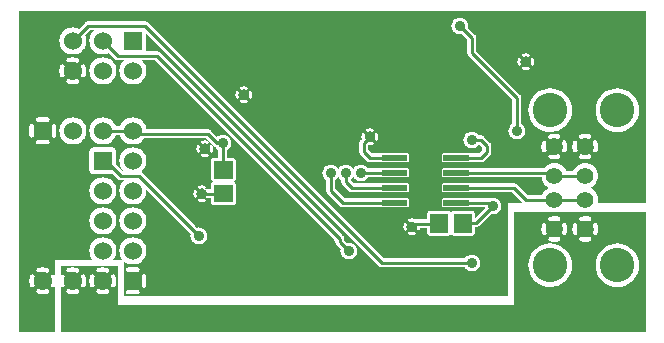
<source format=gbr>
G04 start of page 3 for group 1 idx 1 *
G04 Title: (unknown), solder *
G04 Creator: pcb 20091103 *
G04 CreationDate: Mon 14 Mar 2011 05:58:12 AM GMT UTC *
G04 For: gjhurlbu *
G04 Format: Gerber/RS-274X *
G04 PCB-Dimensions: 600000 500000 *
G04 PCB-Coordinate-Origin: lower left *
%MOIN*%
%FSLAX25Y25*%
%LNBACK*%
%ADD11C,0.0100*%
%ADD12C,0.0200*%
%ADD13C,0.0600*%
%ADD14C,0.0560*%
%ADD15C,0.1150*%
%ADD16C,0.0360*%
%ADD18R,0.0200X0.0200*%
%ADD20C,0.0380*%
%ADD21C,0.0910*%
%ADD22R,0.0590X0.0590*%
G54D12*G36*
X241500Y413000D02*X251000D01*
Y373000D01*
X241500D01*
Y387950D01*
X242759Y388060D01*
X243980Y388387D01*
X245125Y388921D01*
X246160Y389646D01*
X247054Y390540D01*
X247779Y391575D01*
X248313Y392720D01*
X248640Y393941D01*
X248750Y395200D01*
X248640Y396459D01*
X248313Y397680D01*
X247779Y398825D01*
X247054Y399860D01*
X246160Y400754D01*
X245125Y401479D01*
X243980Y402013D01*
X242759Y402340D01*
X241500Y402450D01*
Y413000D01*
G37*
G36*
X234232D02*X241500D01*
Y402450D01*
X240241Y402340D01*
X239020Y402013D01*
X237875Y401479D01*
X236840Y400754D01*
X235946Y399860D01*
X235221Y398825D01*
X234687Y397680D01*
X234360Y396459D01*
X234250Y395200D01*
X234360Y393941D01*
X234687Y392720D01*
X235221Y391575D01*
X235946Y390540D01*
X236840Y389646D01*
X237875Y388921D01*
X239020Y388387D01*
X240241Y388060D01*
X241500Y387950D01*
Y373000D01*
X234232D01*
Y405344D01*
X234266Y405347D01*
X234392Y405381D01*
X234511Y405437D01*
X234618Y405512D01*
X234710Y405604D01*
X234785Y405711D01*
X234840Y405830D01*
X234955Y406197D01*
X235037Y406572D01*
X235085Y406954D01*
X235099Y407338D01*
X235079Y407722D01*
X235024Y408103D01*
X234936Y408477D01*
X234814Y408841D01*
Y408842D01*
X234757Y408959D01*
X234680Y409065D01*
X234586Y409156D01*
X234477Y409229D01*
X234358Y409282D01*
X234232Y409314D01*
Y413000D01*
G37*
G36*
X230829Y412803D02*X231547Y412865D01*
X232051Y413000D01*
X234232D01*
Y409314D01*
X234231D01*
X234101Y409323D01*
X233971Y409309D01*
X233845Y409273D01*
X233728Y409216D01*
X233622Y409139D01*
X233531Y409045D01*
X233458Y408936D01*
X233405Y408817D01*
X233373Y408690D01*
X233364Y408560D01*
X233378Y408430D01*
X233414Y408304D01*
X233493Y408066D01*
X233550Y407823D01*
X233586Y407575D01*
X233599Y407325D01*
X233590Y407075D01*
X233559Y406826D01*
X233506Y406582D01*
X233431Y406343D01*
X233430Y406342D01*
X233396Y406216D01*
X233385Y406085D01*
X233396Y405955D01*
X233430Y405829D01*
X233486Y405710D01*
X233561Y405603D01*
X233653Y405511D01*
X233760Y405436D01*
X233879Y405381D01*
X234005Y405347D01*
X234136Y405336D01*
X234232Y405344D01*
Y373000D01*
X230829D01*
Y403001D01*
X230837D01*
X231221Y403021D01*
X231602Y403076D01*
X231976Y403164D01*
X232340Y403286D01*
X232341D01*
X232458Y403343D01*
X232564Y403420D01*
X232655Y403514D01*
X232728Y403623D01*
X232781Y403742D01*
X232813Y403869D01*
X232822Y403999D01*
X232808Y404129D01*
X232772Y404255D01*
X232715Y404372D01*
X232638Y404478D01*
X232544Y404569D01*
X232435Y404642D01*
X232316Y404695D01*
X232189Y404727D01*
X232059Y404736D01*
X231929Y404722D01*
X231803Y404686D01*
X231565Y404607D01*
X231322Y404550D01*
X231074Y404514D01*
X230829Y404501D01*
Y410098D01*
X231025Y410091D01*
X231274Y410060D01*
X231518Y410007D01*
X231757Y409932D01*
X231758Y409931D01*
X231884Y409897D01*
X232015Y409886D01*
X232145Y409897D01*
X232271Y409931D01*
X232390Y409987D01*
X232497Y410062D01*
X232589Y410154D01*
X232664Y410261D01*
X232719Y410380D01*
X232753Y410506D01*
X232764Y410637D01*
X232753Y410767D01*
X232719Y410893D01*
X232663Y411012D01*
X232588Y411119D01*
X232496Y411211D01*
X232389Y411286D01*
X232270Y411341D01*
X231903Y411456D01*
X231528Y411538D01*
X231146Y411586D01*
X230829Y411598D01*
Y412803D01*
G37*
G36*
X227368Y413000D02*X229549D01*
X230053Y412865D01*
X230800Y412800D01*
X230829Y412803D01*
Y411598D01*
X230762Y411600D01*
X230378Y411580D01*
X229997Y411525D01*
X229623Y411437D01*
X229259Y411315D01*
X229258D01*
X229141Y411258D01*
X229035Y411181D01*
X228944Y411087D01*
X228871Y410978D01*
X228818Y410859D01*
X228786Y410732D01*
X228777Y410602D01*
X228791Y410472D01*
X228827Y410346D01*
X228884Y410229D01*
X228961Y410123D01*
X229055Y410032D01*
X229164Y409959D01*
X229283Y409906D01*
X229410Y409874D01*
X229540Y409865D01*
X229670Y409879D01*
X229796Y409915D01*
X230034Y409994D01*
X230277Y410051D01*
X230525Y410087D01*
X230775Y410100D01*
X230829Y410098D01*
Y404501D01*
X230824D01*
X230574Y404510D01*
X230325Y404541D01*
X230081Y404594D01*
X229842Y404669D01*
X229841Y404670D01*
X229715Y404704D01*
X229584Y404715D01*
X229454Y404704D01*
X229328Y404670D01*
X229209Y404614D01*
X229102Y404539D01*
X229010Y404447D01*
X228935Y404340D01*
X228880Y404221D01*
X228846Y404095D01*
X228835Y403964D01*
X228846Y403834D01*
X228880Y403708D01*
X228936Y403589D01*
X229011Y403482D01*
X229103Y403390D01*
X229210Y403315D01*
X229329Y403260D01*
X229696Y403145D01*
X230071Y403063D01*
X230453Y403015D01*
X230829Y403001D01*
Y373000D01*
X227368D01*
Y405287D01*
X227498Y405278D01*
X227628Y405292D01*
X227754Y405328D01*
X227871Y405385D01*
X227977Y405462D01*
X228068Y405556D01*
X228141Y405665D01*
X228194Y405784D01*
X228226Y405911D01*
X228235Y406041D01*
X228221Y406171D01*
X228185Y406297D01*
X228106Y406535D01*
X228049Y406778D01*
X228013Y407026D01*
X228000Y407276D01*
X228009Y407526D01*
X228040Y407775D01*
X228093Y408019D01*
X228168Y408258D01*
X228169Y408259D01*
X228203Y408385D01*
X228214Y408516D01*
X228203Y408646D01*
X228169Y408772D01*
X228113Y408891D01*
X228038Y408998D01*
X227946Y409090D01*
X227839Y409165D01*
X227720Y409220D01*
X227594Y409254D01*
X227463Y409265D01*
X227368Y409257D01*
Y413000D01*
G37*
G36*
X223932D02*X227368D01*
Y409257D01*
X227333Y409254D01*
X227207Y409220D01*
X227088Y409164D01*
X226981Y409089D01*
X226889Y408997D01*
X226814Y408890D01*
X226759Y408771D01*
X226644Y408404D01*
X226562Y408029D01*
X226514Y407647D01*
X226500Y407263D01*
X226520Y406879D01*
X226575Y406498D01*
X226663Y406124D01*
X226785Y405760D01*
Y405759D01*
X226842Y405642D01*
X226919Y405536D01*
X227013Y405445D01*
X227122Y405372D01*
X227241Y405319D01*
X227368Y405287D01*
Y373000D01*
X223932D01*
Y389818D01*
X224654Y390540D01*
X225379Y391575D01*
X225913Y392720D01*
X226240Y393941D01*
X226350Y395200D01*
X226240Y396459D01*
X225913Y397680D01*
X225379Y398825D01*
X224654Y399860D01*
X223932Y400582D01*
Y405344D01*
X223966Y405347D01*
X224092Y405381D01*
X224211Y405437D01*
X224318Y405512D01*
X224410Y405604D01*
X224485Y405711D01*
X224540Y405830D01*
X224655Y406197D01*
X224737Y406572D01*
X224785Y406954D01*
X224799Y407338D01*
X224779Y407722D01*
X224724Y408103D01*
X224636Y408477D01*
X224514Y408841D01*
Y408842D01*
X224457Y408959D01*
X224380Y409065D01*
X224286Y409156D01*
X224177Y409229D01*
X224058Y409282D01*
X223932Y409314D01*
Y413000D01*
G37*
G36*
Y373000D02*X220529D01*
Y388106D01*
X221580Y388387D01*
X222725Y388921D01*
X223760Y389646D01*
X223932Y389818D01*
Y373000D01*
G37*
G36*
X220529Y412803D02*X221247Y412865D01*
X221751Y413000D01*
X223932D01*
Y409314D01*
X223931D01*
X223801Y409323D01*
X223671Y409309D01*
X223545Y409273D01*
X223428Y409216D01*
X223322Y409139D01*
X223231Y409045D01*
X223158Y408936D01*
X223105Y408817D01*
X223073Y408690D01*
X223064Y408560D01*
X223078Y408430D01*
X223114Y408304D01*
X223193Y408066D01*
X223250Y407823D01*
X223286Y407575D01*
X223299Y407325D01*
X223290Y407075D01*
X223259Y406826D01*
X223206Y406582D01*
X223131Y406343D01*
X223130Y406342D01*
X223096Y406216D01*
X223085Y406085D01*
X223096Y405955D01*
X223130Y405829D01*
X223186Y405710D01*
X223261Y405603D01*
X223353Y405511D01*
X223460Y405436D01*
X223579Y405381D01*
X223705Y405347D01*
X223836Y405336D01*
X223932Y405344D01*
Y400582D01*
X223760Y400754D01*
X222725Y401479D01*
X221580Y402013D01*
X220529Y402294D01*
Y403001D01*
X220537D01*
X220921Y403021D01*
X221302Y403076D01*
X221676Y403164D01*
X222040Y403286D01*
X222041D01*
X222158Y403343D01*
X222264Y403420D01*
X222355Y403514D01*
X222428Y403623D01*
X222481Y403742D01*
X222513Y403869D01*
X222522Y403999D01*
X222508Y404129D01*
X222472Y404255D01*
X222415Y404372D01*
X222338Y404478D01*
X222244Y404569D01*
X222135Y404642D01*
X222016Y404695D01*
X221889Y404727D01*
X221759Y404736D01*
X221629Y404722D01*
X221503Y404686D01*
X221265Y404607D01*
X221022Y404550D01*
X220774Y404514D01*
X220529Y404501D01*
Y410098D01*
X220725Y410091D01*
X220974Y410060D01*
X221218Y410007D01*
X221457Y409932D01*
X221458Y409931D01*
X221584Y409897D01*
X221715Y409886D01*
X221845Y409897D01*
X221971Y409931D01*
X222090Y409987D01*
X222197Y410062D01*
X222289Y410154D01*
X222364Y410261D01*
X222419Y410380D01*
X222453Y410506D01*
X222464Y410637D01*
X222453Y410767D01*
X222419Y410893D01*
X222363Y411012D01*
X222288Y411119D01*
X222196Y411211D01*
X222089Y411286D01*
X221970Y411341D01*
X221603Y411456D01*
X221228Y411538D01*
X220846Y411586D01*
X220529Y411598D01*
Y412803D01*
G37*
G36*
X217068Y388267D02*X217841Y388060D01*
X219100Y387950D01*
X220359Y388060D01*
X220529Y388106D01*
Y373000D01*
X217068D01*
Y388267D01*
G37*
G36*
Y413000D02*X219249D01*
X219753Y412865D01*
X220500Y412800D01*
X220529Y412803D01*
Y411598D01*
X220462Y411600D01*
X220078Y411580D01*
X219697Y411525D01*
X219323Y411437D01*
X218959Y411315D01*
X218958D01*
X218841Y411258D01*
X218735Y411181D01*
X218644Y411087D01*
X218571Y410978D01*
X218518Y410859D01*
X218486Y410732D01*
X218477Y410602D01*
X218491Y410472D01*
X218527Y410346D01*
X218584Y410229D01*
X218661Y410123D01*
X218755Y410032D01*
X218864Y409959D01*
X218983Y409906D01*
X219110Y409874D01*
X219240Y409865D01*
X219370Y409879D01*
X219496Y409915D01*
X219734Y409994D01*
X219977Y410051D01*
X220225Y410087D01*
X220475Y410100D01*
X220529Y410098D01*
Y404501D01*
X220524D01*
X220274Y404510D01*
X220025Y404541D01*
X219781Y404594D01*
X219542Y404669D01*
X219541Y404670D01*
X219415Y404704D01*
X219284Y404715D01*
X219154Y404704D01*
X219028Y404670D01*
X218909Y404614D01*
X218802Y404539D01*
X218710Y404447D01*
X218635Y404340D01*
X218580Y404221D01*
X218546Y404095D01*
X218535Y403964D01*
X218546Y403834D01*
X218580Y403708D01*
X218636Y403589D01*
X218711Y403482D01*
X218803Y403390D01*
X218910Y403315D01*
X219029Y403260D01*
X219396Y403145D01*
X219771Y403063D01*
X220153Y403015D01*
X220529Y403001D01*
Y402294D01*
X220359Y402340D01*
X219100Y402450D01*
X217841Y402340D01*
X217068Y402133D01*
Y405287D01*
X217198Y405278D01*
X217328Y405292D01*
X217454Y405328D01*
X217571Y405385D01*
X217677Y405462D01*
X217768Y405556D01*
X217841Y405665D01*
X217894Y405784D01*
X217926Y405911D01*
X217935Y406041D01*
X217921Y406171D01*
X217885Y406297D01*
X217806Y406535D01*
X217749Y406778D01*
X217713Y407026D01*
X217700Y407276D01*
X217709Y407526D01*
X217740Y407775D01*
X217793Y408019D01*
X217868Y408258D01*
X217869Y408259D01*
X217903Y408385D01*
X217914Y408516D01*
X217903Y408646D01*
X217869Y408772D01*
X217813Y408891D01*
X217738Y408998D01*
X217646Y409090D01*
X217539Y409165D01*
X217420Y409220D01*
X217294Y409254D01*
X217163Y409265D01*
X217068Y409257D01*
Y413000D01*
G37*
G36*
X73613Y395000D02*X75000D01*
Y382000D01*
X207000D01*
Y413000D01*
X217068D01*
Y409257D01*
X217033Y409254D01*
X216907Y409220D01*
X216788Y409164D01*
X216681Y409089D01*
X216589Y408997D01*
X216514Y408890D01*
X216459Y408771D01*
X216344Y408404D01*
X216262Y408029D01*
X216214Y407647D01*
X216200Y407263D01*
X216220Y406879D01*
X216275Y406498D01*
X216363Y406124D01*
X216485Y405760D01*
Y405759D01*
X216542Y405642D01*
X216619Y405536D01*
X216713Y405445D01*
X216822Y405372D01*
X216941Y405319D01*
X217068Y405287D01*
Y402133D01*
X216620Y402013D01*
X215475Y401479D01*
X214440Y400754D01*
X213546Y399860D01*
X212821Y398825D01*
X212287Y397680D01*
X211960Y396459D01*
X211850Y395200D01*
X211960Y393941D01*
X212287Y392720D01*
X212821Y391575D01*
X213546Y390540D01*
X214440Y389646D01*
X215475Y388921D01*
X216620Y388387D01*
X217068Y388267D01*
Y373000D01*
X73613D01*
Y387860D01*
X73708Y387882D01*
X73829Y387933D01*
X73938Y388005D01*
X74034Y388094D01*
X74113Y388198D01*
X74172Y388315D01*
X74314Y388722D01*
X74417Y389142D01*
X74479Y389569D01*
X74500Y390000D01*
X74479Y390432D01*
X74417Y390859D01*
X74314Y391279D01*
X74172Y391686D01*
X74171D01*
X74112Y391802D01*
X74033Y391907D01*
X73937Y391996D01*
X73828Y392067D01*
X73707Y392118D01*
X73613Y392139D01*
Y395000D01*
G37*
G36*
X69999D02*X73613D01*
Y392139D01*
X73580Y392147D01*
X73450Y392154D01*
X73320Y392138D01*
X73195Y392100D01*
X73079Y392041D01*
X72974Y391962D01*
X72885Y391866D01*
X72814Y391757D01*
X72763Y391636D01*
X72734Y391509D01*
X72727Y391379D01*
X72743Y391249D01*
X72781Y391124D01*
X72876Y390853D01*
X72944Y390573D01*
X72986Y390288D01*
X73000Y390000D01*
X72986Y389713D01*
X72944Y389428D01*
X72876Y389148D01*
X72781Y388877D01*
X72780D01*
X72742Y388752D01*
X72726Y388622D01*
X72733Y388491D01*
X72762Y388364D01*
X72813Y388243D01*
X72885Y388134D01*
X72974Y388038D01*
X73078Y387959D01*
X73195Y387900D01*
X73320Y387862D01*
X73450Y387846D01*
X73581Y387853D01*
X73613Y387860D01*
Y373000D01*
X69999D01*
Y385500D01*
X70431Y385521D01*
X70858Y385583D01*
X71278Y385686D01*
X71685Y385828D01*
Y385829D01*
X71801Y385888D01*
X71906Y385967D01*
X71995Y386063D01*
X72066Y386172D01*
X72117Y386293D01*
X72146Y386420D01*
X72153Y386550D01*
X72137Y386680D01*
X72099Y386805D01*
X72040Y386921D01*
X71961Y387026D01*
X71865Y387115D01*
X71756Y387186D01*
X71635Y387237D01*
X71508Y387266D01*
X71378Y387273D01*
X71248Y387257D01*
X71123Y387219D01*
X70852Y387124D01*
X70572Y387056D01*
X70287Y387014D01*
X69999Y387000D01*
Y393000D01*
X70000D01*
X70287Y392987D01*
X70572Y392945D01*
X70852Y392877D01*
X71123Y392782D01*
Y392781D01*
X71248Y392743D01*
X71378Y392727D01*
X71509Y392734D01*
X71636Y392763D01*
X71757Y392814D01*
X71866Y392886D01*
X71962Y392975D01*
X72041Y393079D01*
X72100Y393196D01*
X72138Y393321D01*
X72154Y393451D01*
X72147Y393582D01*
X72118Y393709D01*
X72067Y393830D01*
X71995Y393939D01*
X71906Y394035D01*
X71802Y394114D01*
X71685Y394173D01*
X71278Y394315D01*
X70858Y394418D01*
X70431Y394480D01*
X70000Y394500D01*
X69999D01*
Y395000D01*
G37*
G36*
X66387D02*X69999D01*
Y394500D01*
X69568Y394480D01*
X69141Y394418D01*
X68721Y394315D01*
X68314Y394173D01*
Y394172D01*
X68198Y394113D01*
X68093Y394034D01*
X68004Y393938D01*
X67933Y393829D01*
X67882Y393708D01*
X67853Y393581D01*
X67846Y393451D01*
X67862Y393321D01*
X67900Y393196D01*
X67959Y393080D01*
X68038Y392975D01*
X68134Y392886D01*
X68243Y392815D01*
X68364Y392764D01*
X68491Y392735D01*
X68621Y392728D01*
X68751Y392744D01*
X68876Y392782D01*
X69147Y392877D01*
X69427Y392945D01*
X69712Y392987D01*
X69999Y393000D01*
Y387000D01*
X69712Y387014D01*
X69427Y387056D01*
X69147Y387124D01*
X68876Y387219D01*
Y387220D01*
X68751Y387258D01*
X68621Y387274D01*
X68490Y387267D01*
X68363Y387238D01*
X68242Y387187D01*
X68133Y387115D01*
X68037Y387026D01*
X67958Y386922D01*
X67899Y386805D01*
X67861Y386680D01*
X67845Y386550D01*
X67852Y386419D01*
X67881Y386292D01*
X67932Y386171D01*
X68004Y386062D01*
X68093Y385966D01*
X68197Y385887D01*
X68314Y385828D01*
X68721Y385686D01*
X69141Y385583D01*
X69568Y385521D01*
X69999Y385500D01*
Y373000D01*
X66387D01*
Y387861D01*
X66419Y387854D01*
X66549Y387847D01*
X66679Y387863D01*
X66804Y387901D01*
X66920Y387960D01*
X67025Y388039D01*
X67114Y388135D01*
X67185Y388244D01*
X67236Y388365D01*
X67265Y388492D01*
X67272Y388622D01*
X67256Y388752D01*
X67218Y388877D01*
X67123Y389148D01*
X67055Y389428D01*
X67013Y389713D01*
X67000Y390001D01*
X67013Y390288D01*
X67055Y390573D01*
X67123Y390853D01*
X67218Y391124D01*
X67219D01*
X67257Y391249D01*
X67273Y391379D01*
X67266Y391510D01*
X67237Y391637D01*
X67186Y391758D01*
X67114Y391867D01*
X67025Y391963D01*
X66921Y392042D01*
X66804Y392101D01*
X66679Y392139D01*
X66549Y392155D01*
X66418Y392148D01*
X66387Y392141D01*
Y395000D01*
G37*
G36*
X63613D02*X66387D01*
Y392141D01*
X66291Y392119D01*
X66170Y392068D01*
X66061Y391996D01*
X65965Y391907D01*
X65886Y391803D01*
X65827Y391686D01*
X65685Y391279D01*
X65582Y390859D01*
X65520Y390432D01*
X65500Y390001D01*
X65520Y389569D01*
X65582Y389142D01*
X65685Y388722D01*
X65827Y388315D01*
X65828D01*
X65887Y388199D01*
X65966Y388094D01*
X66062Y388005D01*
X66171Y387934D01*
X66292Y387883D01*
X66387Y387861D01*
Y373000D01*
X63613D01*
Y387860D01*
X63708Y387882D01*
X63829Y387933D01*
X63938Y388005D01*
X64034Y388094D01*
X64113Y388198D01*
X64172Y388315D01*
X64314Y388722D01*
X64417Y389142D01*
X64479Y389569D01*
X64500Y390000D01*
X64479Y390432D01*
X64417Y390859D01*
X64314Y391279D01*
X64172Y391686D01*
X64171D01*
X64112Y391802D01*
X64033Y391907D01*
X63937Y391996D01*
X63828Y392067D01*
X63707Y392118D01*
X63613Y392139D01*
Y395000D01*
G37*
G36*
X59999D02*X63613D01*
Y392139D01*
X63580Y392147D01*
X63450Y392154D01*
X63320Y392138D01*
X63195Y392100D01*
X63079Y392041D01*
X62974Y391962D01*
X62885Y391866D01*
X62814Y391757D01*
X62763Y391636D01*
X62734Y391509D01*
X62727Y391379D01*
X62743Y391249D01*
X62781Y391124D01*
X62876Y390853D01*
X62944Y390573D01*
X62986Y390288D01*
X63000Y390000D01*
X62986Y389713D01*
X62944Y389428D01*
X62876Y389148D01*
X62781Y388877D01*
X62780D01*
X62742Y388752D01*
X62726Y388622D01*
X62733Y388491D01*
X62762Y388364D01*
X62813Y388243D01*
X62885Y388134D01*
X62974Y388038D01*
X63078Y387959D01*
X63195Y387900D01*
X63320Y387862D01*
X63450Y387846D01*
X63581Y387853D01*
X63613Y387860D01*
Y373000D01*
X59999D01*
Y385500D01*
X60431Y385521D01*
X60858Y385583D01*
X61278Y385686D01*
X61685Y385828D01*
Y385829D01*
X61801Y385888D01*
X61906Y385967D01*
X61995Y386063D01*
X62066Y386172D01*
X62117Y386293D01*
X62146Y386420D01*
X62153Y386550D01*
X62137Y386680D01*
X62099Y386805D01*
X62040Y386921D01*
X61961Y387026D01*
X61865Y387115D01*
X61756Y387186D01*
X61635Y387237D01*
X61508Y387266D01*
X61378Y387273D01*
X61248Y387257D01*
X61123Y387219D01*
X60852Y387124D01*
X60572Y387056D01*
X60287Y387014D01*
X59999Y387000D01*
Y393000D01*
X60000D01*
X60287Y392987D01*
X60572Y392945D01*
X60852Y392877D01*
X61123Y392782D01*
Y392781D01*
X61248Y392743D01*
X61378Y392727D01*
X61509Y392734D01*
X61636Y392763D01*
X61757Y392814D01*
X61866Y392886D01*
X61962Y392975D01*
X62041Y393079D01*
X62100Y393196D01*
X62138Y393321D01*
X62154Y393451D01*
X62147Y393582D01*
X62118Y393709D01*
X62067Y393830D01*
X61995Y393939D01*
X61906Y394035D01*
X61802Y394114D01*
X61685Y394173D01*
X61278Y394315D01*
X60858Y394418D01*
X60431Y394480D01*
X60000Y394500D01*
X59999D01*
Y395000D01*
G37*
G36*
X56000Y373000D02*Y388062D01*
X56062Y388005D01*
X56171Y387934D01*
X56292Y387883D01*
X56419Y387854D01*
X56549Y387847D01*
X56679Y387863D01*
X56804Y387901D01*
X56920Y387960D01*
X57025Y388039D01*
X57114Y388135D01*
X57185Y388244D01*
X57236Y388365D01*
X57265Y388492D01*
X57272Y388622D01*
X57256Y388752D01*
X57218Y388877D01*
X57123Y389148D01*
X57055Y389428D01*
X57013Y389713D01*
X57000Y390001D01*
X57013Y390288D01*
X57055Y390573D01*
X57123Y390853D01*
X57218Y391124D01*
X57219D01*
X57257Y391249D01*
X57273Y391379D01*
X57266Y391510D01*
X57237Y391637D01*
X57186Y391758D01*
X57114Y391867D01*
X57025Y391963D01*
X56921Y392042D01*
X56804Y392101D01*
X56679Y392139D01*
X56549Y392155D01*
X56418Y392148D01*
X56291Y392119D01*
X56170Y392068D01*
X56061Y391996D01*
X56000Y391939D01*
Y395000D01*
X59999D01*
Y394500D01*
X59568Y394480D01*
X59141Y394418D01*
X58721Y394315D01*
X58314Y394173D01*
Y394172D01*
X58198Y394113D01*
X58093Y394034D01*
X58004Y393938D01*
X57933Y393829D01*
X57882Y393708D01*
X57853Y393581D01*
X57846Y393451D01*
X57862Y393321D01*
X57900Y393196D01*
X57959Y393080D01*
X58038Y392975D01*
X58134Y392886D01*
X58243Y392815D01*
X58364Y392764D01*
X58491Y392735D01*
X58621Y392728D01*
X58751Y392744D01*
X58876Y392782D01*
X59147Y392877D01*
X59427Y392945D01*
X59712Y392987D01*
X59999Y393000D01*
Y387000D01*
X59712Y387014D01*
X59427Y387056D01*
X59147Y387124D01*
X58876Y387219D01*
Y387220D01*
X58751Y387258D01*
X58621Y387274D01*
X58490Y387267D01*
X58363Y387238D01*
X58242Y387187D01*
X58133Y387115D01*
X58037Y387026D01*
X57958Y386922D01*
X57899Y386805D01*
X57861Y386680D01*
X57845Y386550D01*
X57852Y386419D01*
X57881Y386292D01*
X57932Y386171D01*
X58004Y386062D01*
X58093Y385966D01*
X58197Y385887D01*
X58314Y385828D01*
X58721Y385686D01*
X59141Y385583D01*
X59568Y385521D01*
X59999Y385500D01*
Y373000D01*
X56000D01*
G37*
G36*
X241500Y480000D02*X251000D01*
Y416000D01*
X241500D01*
Y439650D01*
X242759Y439760D01*
X243980Y440087D01*
X245125Y440621D01*
X246160Y441346D01*
X247054Y442240D01*
X247779Y443275D01*
X248313Y444420D01*
X248640Y445641D01*
X248750Y446900D01*
X248640Y448159D01*
X248313Y449380D01*
X247779Y450525D01*
X247054Y451560D01*
X246160Y452454D01*
X245125Y453179D01*
X243980Y453713D01*
X242759Y454040D01*
X241500Y454150D01*
Y480000D01*
G37*
G36*
X106231Y423475D02*X106281Y423404D01*
X106404Y423281D01*
X106547Y423181D01*
X106705Y423107D01*
X106869Y423063D01*
X106705Y423019D01*
X106547Y422945D01*
X106404Y422845D01*
X106281Y422722D01*
X106231Y422651D01*
Y423475D01*
G37*
G36*
Y435648D02*X106940Y434939D01*
X106990Y434897D01*
X107036Y434851D01*
X107089Y434814D01*
X107140Y434771D01*
X107197Y434738D01*
X107250Y434701D01*
X107310Y434673D01*
X107367Y434640D01*
X107425Y434619D01*
X107487Y434590D01*
X107555Y434572D01*
X107608Y434553D01*
X107855Y434200D01*
X108200Y433855D01*
X108500Y433645D01*
Y430953D01*
X107047D01*
X106873Y430938D01*
X106705Y430893D01*
X106547Y430819D01*
X106404Y430719D01*
X106281Y430596D01*
X106231Y430524D01*
Y432720D01*
X106248Y432721D01*
X106332Y432744D01*
X106411Y432781D01*
X106483Y432831D01*
X106544Y432893D01*
X106594Y432964D01*
X106631Y433043D01*
X106704Y433276D01*
X106757Y433514D01*
X106789Y433756D01*
X106800Y434000D01*
X106789Y434245D01*
X106757Y434487D01*
X106704Y434725D01*
X106631Y434958D01*
X106594Y435037D01*
X106544Y435108D01*
X106483Y435170D01*
X106411Y435220D01*
X106332Y435257D01*
X106248Y435280D01*
X106231Y435281D01*
Y435648D01*
G37*
G36*
X103000Y437500D02*X104379D01*
X106231Y435648D01*
Y435281D01*
X106161Y435287D01*
X106074Y435280D01*
X105990Y435257D01*
X105911Y435220D01*
X105840Y435170D01*
X105778Y435109D01*
X105728Y435037D01*
X105691Y434958D01*
X105668Y434874D01*
X105661Y434787D01*
X105668Y434700D01*
X105691Y434616D01*
X105738Y434466D01*
X105772Y434313D01*
X105793Y434157D01*
X105800Y434000D01*
X105793Y433844D01*
X105772Y433688D01*
X105738Y433535D01*
X105691Y433385D01*
X105668Y433301D01*
X105661Y433214D01*
X105668Y433127D01*
X105691Y433043D01*
X105728Y432964D01*
X105778Y432892D01*
X105840Y432831D01*
X105911Y432781D01*
X105990Y432744D01*
X106074Y432721D01*
X106161Y432714D01*
X106231Y432720D01*
Y430524D01*
X106181Y430453D01*
X106107Y430295D01*
X106062Y430127D01*
X106047Y429953D01*
Y424047D01*
X106062Y423873D01*
X106107Y423705D01*
X106181Y423547D01*
X106231Y423475D01*
Y422651D01*
X106181Y422579D01*
X106107Y422421D01*
X106062Y422253D01*
X106047Y422079D01*
Y420500D01*
X103000D01*
Y420800D01*
X103156Y420794D01*
X103312Y420773D01*
X103465Y420739D01*
X103615Y420692D01*
X103699Y420669D01*
X103786Y420662D01*
X103873Y420669D01*
X103957Y420692D01*
X104036Y420729D01*
X104108Y420779D01*
X104169Y420841D01*
X104219Y420912D01*
X104256Y420991D01*
X104279Y421075D01*
X104286Y421162D01*
X104279Y421249D01*
X104256Y421333D01*
X104219Y421412D01*
X104169Y421484D01*
X104107Y421545D01*
X104036Y421595D01*
X103957Y421632D01*
X103724Y421705D01*
X103486Y421758D01*
X103244Y421790D01*
X103000Y421800D01*
Y431389D01*
X103042Y431369D01*
X103275Y431296D01*
X103513Y431243D01*
X103755Y431211D01*
X103999Y431200D01*
X104244Y431211D01*
X104486Y431243D01*
X104724Y431296D01*
X104957Y431369D01*
X105036Y431406D01*
X105107Y431456D01*
X105169Y431517D01*
X105219Y431589D01*
X105256Y431668D01*
X105279Y431752D01*
X105286Y431839D01*
X105279Y431926D01*
X105256Y432010D01*
X105219Y432089D01*
X105169Y432160D01*
X105108Y432222D01*
X105036Y432272D01*
X104957Y432309D01*
X104873Y432332D01*
X104786Y432339D01*
X104699Y432332D01*
X104615Y432309D01*
X104465Y432262D01*
X104312Y432228D01*
X104156Y432207D01*
X103999Y432200D01*
X103843Y432207D01*
X103687Y432228D01*
X103534Y432262D01*
X103384Y432309D01*
X103300Y432332D01*
X103213Y432339D01*
X103126Y432332D01*
X103042Y432309D01*
X103000Y432289D01*
Y435712D01*
X103042Y435692D01*
X103126Y435669D01*
X103213Y435662D01*
X103300Y435669D01*
X103384Y435692D01*
X103534Y435739D01*
X103687Y435773D01*
X103843Y435794D01*
X104000Y435800D01*
X104156Y435794D01*
X104312Y435773D01*
X104465Y435739D01*
X104615Y435692D01*
X104699Y435669D01*
X104786Y435662D01*
X104873Y435669D01*
X104957Y435692D01*
X105036Y435729D01*
X105108Y435779D01*
X105169Y435841D01*
X105219Y435912D01*
X105256Y435991D01*
X105279Y436075D01*
X105286Y436162D01*
X105279Y436249D01*
X105256Y436333D01*
X105219Y436412D01*
X105169Y436484D01*
X105107Y436545D01*
X105036Y436595D01*
X104957Y436632D01*
X104724Y436705D01*
X104486Y436758D01*
X104244Y436790D01*
X104000Y436800D01*
X103755Y436790D01*
X103513Y436758D01*
X103275Y436705D01*
X103042Y436632D01*
X103000Y436612D01*
Y437500D01*
G37*
G36*
X191250Y414500D02*X197247D01*
X197275Y414397D01*
X193953Y411075D01*
Y412347D01*
X193938Y412521D01*
X193893Y412689D01*
X193819Y412847D01*
X193719Y412990D01*
X193596Y413113D01*
X193453Y413213D01*
X193295Y413287D01*
X193127Y413332D01*
X192953Y413347D01*
X191250D01*
Y414500D01*
G37*
G36*
Y434820D02*X191600Y434575D01*
X192042Y434369D01*
X192514Y434243D01*
X193000Y434200D01*
X193486Y434243D01*
X193958Y434369D01*
X194400Y434575D01*
X194800Y434855D01*
X195145Y435200D01*
X195355Y435500D01*
X195379D01*
X196500Y434379D01*
Y433622D01*
X195378Y432500D01*
X191250D01*
Y434820D01*
G37*
G36*
Y419500D02*X206379D01*
X209879Y416000D01*
X205000D01*
Y385000D01*
X191250D01*
Y393820D01*
X191600Y393575D01*
X192042Y393369D01*
X192514Y393243D01*
X193000Y393200D01*
X193486Y393243D01*
X193958Y393369D01*
X194400Y393575D01*
X194800Y393855D01*
X195145Y394200D01*
X195425Y394600D01*
X195631Y395042D01*
X195757Y395514D01*
X195800Y396000D01*
X195757Y396486D01*
X195631Y396958D01*
X195425Y397400D01*
X195145Y397800D01*
X194800Y398145D01*
X194400Y398425D01*
X193958Y398631D01*
X193486Y398757D01*
X193000Y398800D01*
X192514Y398757D01*
X192042Y398631D01*
X191600Y398425D01*
X191250Y398180D01*
Y405047D01*
X192953D01*
X193127Y405062D01*
X193295Y405107D01*
X193453Y405181D01*
X193596Y405281D01*
X193719Y405404D01*
X193819Y405547D01*
X193893Y405705D01*
X193938Y405873D01*
X193953Y406047D01*
Y407894D01*
X194394D01*
X194475Y407901D01*
X194525D01*
X194578Y407910D01*
X194654Y407917D01*
X194728Y407937D01*
X194782Y407946D01*
X194833Y407964D01*
X194907Y407984D01*
X194972Y408015D01*
X195028Y408035D01*
X195079Y408065D01*
X195144Y408095D01*
X195205Y408137D01*
X195254Y408166D01*
X195298Y408203D01*
X195358Y408245D01*
X195410Y408297D01*
X195454Y408334D01*
X199395Y412275D01*
X199514Y412243D01*
X200000Y412200D01*
X200486Y412243D01*
X200958Y412369D01*
X201400Y412575D01*
X201800Y412855D01*
X202145Y413200D01*
X202425Y413600D01*
X202631Y414042D01*
X202757Y414514D01*
X202800Y415000D01*
X202757Y415486D01*
X202631Y415958D01*
X202425Y416400D01*
X202145Y416800D01*
X201800Y417145D01*
X201400Y417425D01*
X200958Y417631D01*
X200486Y417757D01*
X200000Y417800D01*
X199514Y417757D01*
X199042Y417631D01*
X198761Y417500D01*
X191250D01*
Y419500D01*
G37*
G36*
Y424500D02*X216244D01*
X216265Y424253D01*
X216459Y423529D01*
X216776Y422850D01*
X217206Y422236D01*
X217736Y421706D01*
X218350Y421276D01*
X218834Y421050D01*
X218350Y420824D01*
X217736Y420394D01*
X217206Y419864D01*
X216776Y419250D01*
X216459Y418571D01*
X216440Y418500D01*
X211621D01*
X208061Y422060D01*
X208011Y422102D01*
X207964Y422149D01*
X207909Y422187D01*
X207861Y422228D01*
X207806Y422260D01*
X207750Y422299D01*
X207686Y422329D01*
X207634Y422359D01*
X207580Y422379D01*
X207513Y422410D01*
X207441Y422429D01*
X207389Y422448D01*
X207329Y422459D01*
X207260Y422477D01*
X207194Y422483D01*
X207131Y422494D01*
X207068D01*
X207000Y422500D01*
X191250D01*
Y424500D01*
G37*
G36*
X234232Y480000D02*X241500D01*
Y454150D01*
X240241Y454040D01*
X239020Y453713D01*
X237875Y453179D01*
X236840Y452454D01*
X235946Y451560D01*
X235221Y450525D01*
X234687Y449380D01*
X234360Y448159D01*
X234250Y446900D01*
X234360Y445641D01*
X234687Y444420D01*
X235221Y443275D01*
X235946Y442240D01*
X236840Y441346D01*
X237875Y440621D01*
X239020Y440087D01*
X240241Y439760D01*
X241500Y439650D01*
Y416000D01*
X234940D01*
X235035Y416353D01*
X235100Y417100D01*
X235035Y417847D01*
X234841Y418571D01*
X234524Y419250D01*
X234232Y419667D01*
Y422433D01*
X234524Y422850D01*
X234841Y423529D01*
X235035Y424253D01*
X235100Y425000D01*
X235035Y425747D01*
X234841Y426471D01*
X234524Y427150D01*
X234232Y427567D01*
Y432844D01*
X234266Y432847D01*
X234392Y432881D01*
X234511Y432937D01*
X234618Y433012D01*
X234710Y433104D01*
X234785Y433211D01*
X234840Y433330D01*
X234955Y433697D01*
X235037Y434072D01*
X235085Y434454D01*
X235099Y434838D01*
X235079Y435222D01*
X235024Y435603D01*
X234936Y435977D01*
X234814Y436341D01*
Y436342D01*
X234757Y436459D01*
X234680Y436565D01*
X234586Y436656D01*
X234477Y436729D01*
X234358Y436782D01*
X234232Y436814D01*
Y480000D01*
G37*
G36*
Y419667D02*X234094Y419864D01*
X233564Y420394D01*
X232950Y420824D01*
X232466Y421050D01*
X232950Y421276D01*
X233564Y421706D01*
X234094Y422236D01*
X234232Y422433D01*
Y419667D01*
G37*
G36*
X230829Y480000D02*X234232D01*
Y436814D01*
X234231D01*
X234101Y436823D01*
X233971Y436809D01*
X233845Y436773D01*
X233728Y436716D01*
X233622Y436639D01*
X233531Y436545D01*
X233458Y436436D01*
X233405Y436317D01*
X233373Y436190D01*
X233364Y436060D01*
X233378Y435930D01*
X233414Y435804D01*
X233493Y435566D01*
X233550Y435323D01*
X233586Y435075D01*
X233599Y434825D01*
X233590Y434575D01*
X233559Y434326D01*
X233506Y434082D01*
X233431Y433843D01*
X233430Y433842D01*
X233396Y433716D01*
X233385Y433585D01*
X233396Y433455D01*
X233430Y433329D01*
X233486Y433210D01*
X233561Y433103D01*
X233653Y433011D01*
X233760Y432936D01*
X233879Y432881D01*
X234005Y432847D01*
X234136Y432836D01*
X234232Y432844D01*
Y427567D01*
X234094Y427764D01*
X233564Y428294D01*
X232950Y428724D01*
X232271Y429041D01*
X231547Y429235D01*
X230829Y429297D01*
Y430501D01*
X230837D01*
X231221Y430521D01*
X231602Y430576D01*
X231976Y430664D01*
X232340Y430786D01*
X232341D01*
X232458Y430843D01*
X232564Y430920D01*
X232655Y431014D01*
X232728Y431123D01*
X232781Y431242D01*
X232813Y431369D01*
X232822Y431499D01*
X232808Y431629D01*
X232772Y431755D01*
X232715Y431872D01*
X232638Y431978D01*
X232544Y432069D01*
X232435Y432142D01*
X232316Y432195D01*
X232189Y432227D01*
X232059Y432236D01*
X231929Y432222D01*
X231803Y432186D01*
X231565Y432107D01*
X231322Y432050D01*
X231074Y432014D01*
X230829Y432001D01*
Y437598D01*
X231025Y437591D01*
X231274Y437560D01*
X231518Y437507D01*
X231757Y437432D01*
X231758Y437431D01*
X231884Y437397D01*
X232015Y437386D01*
X232145Y437397D01*
X232271Y437431D01*
X232390Y437487D01*
X232497Y437562D01*
X232589Y437654D01*
X232664Y437761D01*
X232719Y437880D01*
X232753Y438006D01*
X232764Y438137D01*
X232753Y438267D01*
X232719Y438393D01*
X232663Y438512D01*
X232588Y438619D01*
X232496Y438711D01*
X232389Y438786D01*
X232270Y438841D01*
X231903Y438956D01*
X231528Y439038D01*
X231146Y439086D01*
X230829Y439098D01*
Y480000D01*
G37*
G36*
X227368D02*X230829D01*
Y439098D01*
X230762Y439100D01*
X230378Y439080D01*
X229997Y439025D01*
X229623Y438937D01*
X229259Y438815D01*
X229258D01*
X229141Y438758D01*
X229035Y438681D01*
X228944Y438587D01*
X228871Y438478D01*
X228818Y438359D01*
X228786Y438232D01*
X228777Y438102D01*
X228791Y437972D01*
X228827Y437846D01*
X228884Y437729D01*
X228961Y437623D01*
X229055Y437532D01*
X229164Y437459D01*
X229283Y437406D01*
X229410Y437374D01*
X229540Y437365D01*
X229670Y437379D01*
X229796Y437415D01*
X230034Y437494D01*
X230277Y437551D01*
X230525Y437587D01*
X230775Y437600D01*
X230829Y437598D01*
Y432001D01*
X230824D01*
X230574Y432010D01*
X230325Y432041D01*
X230081Y432094D01*
X229842Y432169D01*
X229841Y432170D01*
X229715Y432204D01*
X229584Y432215D01*
X229454Y432204D01*
X229328Y432170D01*
X229209Y432114D01*
X229102Y432039D01*
X229010Y431947D01*
X228935Y431840D01*
X228880Y431721D01*
X228846Y431595D01*
X228835Y431464D01*
X228846Y431334D01*
X228880Y431208D01*
X228936Y431089D01*
X229011Y430982D01*
X229103Y430890D01*
X229210Y430815D01*
X229329Y430760D01*
X229696Y430645D01*
X230071Y430563D01*
X230453Y430515D01*
X230829Y430501D01*
Y429297D01*
X230800Y429300D01*
X230053Y429235D01*
X229329Y429041D01*
X228650Y428724D01*
X228036Y428294D01*
X227506Y427764D01*
X227368Y427567D01*
Y432787D01*
X227498Y432778D01*
X227628Y432792D01*
X227754Y432828D01*
X227871Y432885D01*
X227977Y432962D01*
X228068Y433056D01*
X228141Y433165D01*
X228194Y433284D01*
X228226Y433411D01*
X228235Y433541D01*
X228221Y433671D01*
X228185Y433797D01*
X228106Y434035D01*
X228049Y434278D01*
X228013Y434526D01*
X228000Y434776D01*
X228009Y435026D01*
X228040Y435275D01*
X228093Y435519D01*
X228168Y435758D01*
X228169Y435759D01*
X228203Y435885D01*
X228214Y436016D01*
X228203Y436146D01*
X228169Y436272D01*
X228113Y436391D01*
X228038Y436498D01*
X227946Y436590D01*
X227839Y436665D01*
X227720Y436720D01*
X227594Y436754D01*
X227463Y436765D01*
X227368Y436757D01*
Y480000D01*
G37*
G36*
X223932D02*X227368D01*
Y436757D01*
X227333Y436754D01*
X227207Y436720D01*
X227088Y436664D01*
X226981Y436589D01*
X226889Y436497D01*
X226814Y436390D01*
X226759Y436271D01*
X226644Y435904D01*
X226562Y435529D01*
X226514Y435147D01*
X226500Y434763D01*
X226520Y434379D01*
X226575Y433998D01*
X226663Y433624D01*
X226785Y433260D01*
Y433259D01*
X226842Y433142D01*
X226919Y433036D01*
X227013Y432945D01*
X227122Y432872D01*
X227241Y432819D01*
X227368Y432787D01*
Y427567D01*
X227076Y427150D01*
X226773Y426500D01*
X224527D01*
X224224Y427150D01*
X223932Y427567D01*
Y432844D01*
X223966Y432847D01*
X224092Y432881D01*
X224211Y432937D01*
X224318Y433012D01*
X224410Y433104D01*
X224485Y433211D01*
X224540Y433330D01*
X224655Y433697D01*
X224737Y434072D01*
X224785Y434454D01*
X224799Y434838D01*
X224779Y435222D01*
X224724Y435603D01*
X224636Y435977D01*
X224514Y436341D01*
Y436342D01*
X224457Y436459D01*
X224380Y436565D01*
X224286Y436656D01*
X224177Y436729D01*
X224058Y436782D01*
X223932Y436814D01*
Y441518D01*
X224654Y442240D01*
X225379Y443275D01*
X225913Y444420D01*
X226240Y445641D01*
X226350Y446900D01*
X226240Y448159D01*
X225913Y449380D01*
X225379Y450525D01*
X224654Y451560D01*
X223932Y452282D01*
Y480000D01*
G37*
G36*
Y427567D02*X223794Y427764D01*
X223264Y428294D01*
X222650Y428724D01*
X221971Y429041D01*
X221247Y429235D01*
X220529Y429297D01*
Y430501D01*
X220537D01*
X220921Y430521D01*
X221302Y430576D01*
X221676Y430664D01*
X222040Y430786D01*
X222041D01*
X222158Y430843D01*
X222264Y430920D01*
X222355Y431014D01*
X222428Y431123D01*
X222481Y431242D01*
X222513Y431369D01*
X222522Y431499D01*
X222508Y431629D01*
X222472Y431755D01*
X222415Y431872D01*
X222338Y431978D01*
X222244Y432069D01*
X222135Y432142D01*
X222016Y432195D01*
X221889Y432227D01*
X221759Y432236D01*
X221629Y432222D01*
X221503Y432186D01*
X221265Y432107D01*
X221022Y432050D01*
X220774Y432014D01*
X220529Y432001D01*
Y437598D01*
X220725Y437591D01*
X220974Y437560D01*
X221218Y437507D01*
X221457Y437432D01*
X221458Y437431D01*
X221584Y437397D01*
X221715Y437386D01*
X221845Y437397D01*
X221971Y437431D01*
X222090Y437487D01*
X222197Y437562D01*
X222289Y437654D01*
X222364Y437761D01*
X222419Y437880D01*
X222453Y438006D01*
X222464Y438137D01*
X222453Y438267D01*
X222419Y438393D01*
X222363Y438512D01*
X222288Y438619D01*
X222196Y438711D01*
X222089Y438786D01*
X221970Y438841D01*
X221603Y438956D01*
X221228Y439038D01*
X220846Y439086D01*
X220529Y439098D01*
Y439806D01*
X221580Y440087D01*
X222725Y440621D01*
X223760Y441346D01*
X223932Y441518D01*
Y436814D01*
X223931D01*
X223801Y436823D01*
X223671Y436809D01*
X223545Y436773D01*
X223428Y436716D01*
X223322Y436639D01*
X223231Y436545D01*
X223158Y436436D01*
X223105Y436317D01*
X223073Y436190D01*
X223064Y436060D01*
X223078Y435930D01*
X223114Y435804D01*
X223193Y435566D01*
X223250Y435323D01*
X223286Y435075D01*
X223299Y434825D01*
X223290Y434575D01*
X223259Y434326D01*
X223206Y434082D01*
X223131Y433843D01*
X223130Y433842D01*
X223096Y433716D01*
X223085Y433585D01*
X223096Y433455D01*
X223130Y433329D01*
X223186Y433210D01*
X223261Y433103D01*
X223353Y433011D01*
X223460Y432936D01*
X223579Y432881D01*
X223705Y432847D01*
X223836Y432836D01*
X223932Y432844D01*
Y427567D01*
G37*
G36*
X220529Y480000D02*X223932D01*
Y452282D01*
X223760Y452454D01*
X222725Y453179D01*
X221580Y453713D01*
X220529Y453994D01*
Y480000D01*
G37*
G36*
Y429297D02*X220500Y429300D01*
X219753Y429235D01*
X219029Y429041D01*
X218350Y428724D01*
X217736Y428294D01*
X217206Y427764D01*
X217068Y427567D01*
Y432787D01*
X217198Y432778D01*
X217328Y432792D01*
X217454Y432828D01*
X217571Y432885D01*
X217677Y432962D01*
X217768Y433056D01*
X217841Y433165D01*
X217894Y433284D01*
X217926Y433411D01*
X217935Y433541D01*
X217921Y433671D01*
X217885Y433797D01*
X217806Y434035D01*
X217749Y434278D01*
X217713Y434526D01*
X217700Y434776D01*
X217709Y435026D01*
X217740Y435275D01*
X217793Y435519D01*
X217868Y435758D01*
X217869Y435759D01*
X217903Y435885D01*
X217914Y436016D01*
X217903Y436146D01*
X217869Y436272D01*
X217813Y436391D01*
X217738Y436498D01*
X217646Y436590D01*
X217539Y436665D01*
X217420Y436720D01*
X217294Y436754D01*
X217163Y436765D01*
X217068Y436757D01*
Y439967D01*
X217841Y439760D01*
X219100Y439650D01*
X220359Y439760D01*
X220529Y439806D01*
Y439098D01*
X220462Y439100D01*
X220078Y439080D01*
X219697Y439025D01*
X219323Y438937D01*
X218959Y438815D01*
X218958D01*
X218841Y438758D01*
X218735Y438681D01*
X218644Y438587D01*
X218571Y438478D01*
X218518Y438359D01*
X218486Y438232D01*
X218477Y438102D01*
X218491Y437972D01*
X218527Y437846D01*
X218584Y437729D01*
X218661Y437623D01*
X218755Y437532D01*
X218864Y437459D01*
X218983Y437406D01*
X219110Y437374D01*
X219240Y437365D01*
X219370Y437379D01*
X219496Y437415D01*
X219734Y437494D01*
X219977Y437551D01*
X220225Y437587D01*
X220475Y437600D01*
X220529Y437598D01*
Y432001D01*
X220524D01*
X220274Y432010D01*
X220025Y432041D01*
X219781Y432094D01*
X219542Y432169D01*
X219541Y432170D01*
X219415Y432204D01*
X219284Y432215D01*
X219154Y432204D01*
X219028Y432170D01*
X218909Y432114D01*
X218802Y432039D01*
X218710Y431947D01*
X218635Y431840D01*
X218580Y431721D01*
X218546Y431595D01*
X218535Y431464D01*
X218546Y431334D01*
X218580Y431208D01*
X218636Y431089D01*
X218711Y430982D01*
X218803Y430890D01*
X218910Y430815D01*
X219029Y430760D01*
X219396Y430645D01*
X219771Y430563D01*
X220153Y430515D01*
X220529Y430501D01*
Y429297D01*
G37*
G36*
X217068Y427567D02*X217021Y427500D01*
X213231D01*
Y442690D01*
X213546Y442240D01*
X214440Y441346D01*
X215475Y440621D01*
X216620Y440087D01*
X217068Y439967D01*
Y436757D01*
X217033Y436754D01*
X216907Y436720D01*
X216788Y436664D01*
X216681Y436589D01*
X216589Y436497D01*
X216514Y436390D01*
X216459Y436271D01*
X216344Y435904D01*
X216262Y435529D01*
X216214Y435147D01*
X216200Y434763D01*
X216220Y434379D01*
X216275Y433998D01*
X216363Y433624D01*
X216485Y433260D01*
Y433259D01*
X216542Y433142D01*
X216619Y433036D01*
X216713Y432945D01*
X216822Y432872D01*
X216941Y432819D01*
X217068Y432787D01*
Y427567D01*
G37*
G36*
X213231Y480000D02*X220529D01*
Y453994D01*
X220359Y454040D01*
X219100Y454150D01*
X217841Y454040D01*
X216620Y453713D01*
X215475Y453179D01*
X214440Y452454D01*
X213546Y451560D01*
X213231Y451110D01*
Y461720D01*
X213248Y461721D01*
X213332Y461744D01*
X213411Y461781D01*
X213483Y461831D01*
X213544Y461893D01*
X213594Y461964D01*
X213631Y462043D01*
X213704Y462276D01*
X213757Y462514D01*
X213789Y462756D01*
X213800Y463000D01*
X213789Y463245D01*
X213757Y463487D01*
X213704Y463725D01*
X213631Y463958D01*
X213594Y464037D01*
X213544Y464108D01*
X213483Y464170D01*
X213411Y464220D01*
X213332Y464257D01*
X213248Y464280D01*
X213231Y464281D01*
Y480000D01*
G37*
G36*
X211000D02*X213231D01*
Y464281D01*
X213161Y464287D01*
X213074Y464280D01*
X212990Y464257D01*
X212911Y464220D01*
X212840Y464170D01*
X212778Y464109D01*
X212728Y464037D01*
X212691Y463958D01*
X212668Y463874D01*
X212661Y463787D01*
X212668Y463700D01*
X212691Y463616D01*
X212738Y463466D01*
X212772Y463313D01*
X212793Y463157D01*
X212800Y463000D01*
X212793Y462844D01*
X212772Y462688D01*
X212738Y462535D01*
X212691Y462385D01*
X212668Y462301D01*
X212661Y462214D01*
X212668Y462127D01*
X212691Y462043D01*
X212728Y461964D01*
X212778Y461892D01*
X212840Y461831D01*
X212911Y461781D01*
X212990Y461744D01*
X213074Y461721D01*
X213161Y461714D01*
X213231Y461720D01*
Y451110D01*
X212821Y450525D01*
X212287Y449380D01*
X211960Y448159D01*
X211850Y446900D01*
X211960Y445641D01*
X212287Y444420D01*
X212821Y443275D01*
X213231Y442690D01*
Y427500D01*
X211000D01*
Y460200D01*
X211244Y460211D01*
X211486Y460243D01*
X211724Y460296D01*
X211957Y460369D01*
X212036Y460406D01*
X212107Y460456D01*
X212169Y460517D01*
X212219Y460589D01*
X212256Y460668D01*
X212279Y460752D01*
X212286Y460839D01*
X212279Y460926D01*
X212256Y461010D01*
X212219Y461089D01*
X212169Y461160D01*
X212108Y461222D01*
X212036Y461272D01*
X211957Y461309D01*
X211873Y461332D01*
X211786Y461339D01*
X211699Y461332D01*
X211615Y461309D01*
X211465Y461262D01*
X211312Y461228D01*
X211156Y461207D01*
X211000Y461200D01*
Y464800D01*
X211156Y464794D01*
X211312Y464773D01*
X211465Y464739D01*
X211615Y464692D01*
X211699Y464669D01*
X211786Y464662D01*
X211873Y464669D01*
X211957Y464692D01*
X212036Y464729D01*
X212108Y464779D01*
X212169Y464841D01*
X212219Y464912D01*
X212256Y464991D01*
X212279Y465075D01*
X212286Y465162D01*
X212279Y465249D01*
X212256Y465333D01*
X212219Y465412D01*
X212169Y465484D01*
X212107Y465545D01*
X212036Y465595D01*
X211957Y465632D01*
X211724Y465705D01*
X211486Y465758D01*
X211244Y465790D01*
X211000Y465800D01*
Y480000D01*
G37*
G36*
X208769D02*X211000D01*
Y465800D01*
X210755Y465790D01*
X210513Y465758D01*
X210275Y465705D01*
X210042Y465632D01*
X209963Y465595D01*
X209892Y465545D01*
X209830Y465484D01*
X209780Y465412D01*
X209743Y465333D01*
X209720Y465249D01*
X209713Y465162D01*
X209720Y465075D01*
X209743Y464991D01*
X209780Y464912D01*
X209830Y464841D01*
X209891Y464779D01*
X209963Y464729D01*
X210042Y464692D01*
X210126Y464669D01*
X210213Y464662D01*
X210300Y464669D01*
X210384Y464692D01*
X210534Y464739D01*
X210687Y464773D01*
X210843Y464794D01*
X211000Y464800D01*
Y461200D01*
X210999D01*
X210843Y461207D01*
X210687Y461228D01*
X210534Y461262D01*
X210384Y461309D01*
X210300Y461332D01*
X210213Y461339D01*
X210126Y461332D01*
X210042Y461309D01*
X209963Y461272D01*
X209891Y461222D01*
X209830Y461160D01*
X209780Y461089D01*
X209743Y461010D01*
X209720Y460926D01*
X209713Y460839D01*
X209720Y460752D01*
X209743Y460668D01*
X209780Y460589D01*
X209830Y460517D01*
X209892Y460456D01*
X209963Y460406D01*
X210042Y460369D01*
X210275Y460296D01*
X210513Y460243D01*
X210755Y460211D01*
X210999Y460200D01*
X211000D01*
Y427500D01*
X208769D01*
Y437319D01*
X208958Y437369D01*
X209400Y437575D01*
X209800Y437855D01*
X210145Y438200D01*
X210425Y438600D01*
X210631Y439042D01*
X210757Y439514D01*
X210800Y440000D01*
X210757Y440486D01*
X210631Y440958D01*
X210425Y441400D01*
X210145Y441800D01*
X209800Y442145D01*
X209500Y442355D01*
Y451000D01*
X209494Y451068D01*
Y451131D01*
X209483Y451193D01*
X209477Y451260D01*
X209459Y451329D01*
X209448Y451389D01*
X209429Y451441D01*
X209410Y451513D01*
X209378Y451580D01*
X209359Y451634D01*
X209329Y451686D01*
X209299Y451750D01*
X209259Y451806D01*
X209228Y451861D01*
X209187Y451910D01*
X209149Y451964D01*
X209102Y452011D01*
X209060Y452061D01*
X208769Y452352D01*
Y461720D01*
X208838Y461714D01*
X208925Y461721D01*
X209009Y461744D01*
X209088Y461781D01*
X209159Y461831D01*
X209221Y461892D01*
X209271Y461964D01*
X209308Y462043D01*
X209331Y462127D01*
X209338Y462214D01*
X209331Y462301D01*
X209308Y462385D01*
X209261Y462535D01*
X209227Y462688D01*
X209206Y462844D01*
X209200Y463001D01*
X209206Y463157D01*
X209227Y463313D01*
X209261Y463466D01*
X209308Y463616D01*
X209331Y463700D01*
X209338Y463787D01*
X209331Y463874D01*
X209308Y463958D01*
X209271Y464037D01*
X209221Y464109D01*
X209159Y464170D01*
X209088Y464220D01*
X209009Y464257D01*
X208925Y464280D01*
X208838Y464287D01*
X208769Y464281D01*
Y480000D01*
G37*
G36*
Y427500D02*X191250D01*
Y429500D01*
X196000D01*
X196081Y429507D01*
X196131D01*
X196184Y429516D01*
X196260Y429523D01*
X196334Y429543D01*
X196388Y429552D01*
X196439Y429570D01*
X196513Y429590D01*
X196578Y429621D01*
X196634Y429641D01*
X196685Y429671D01*
X196750Y429701D01*
X196811Y429743D01*
X196860Y429772D01*
X196904Y429809D01*
X196964Y429851D01*
X197016Y429903D01*
X197060Y429940D01*
X199060Y431940D01*
X199061Y431939D01*
X199108Y431995D01*
X199149Y432036D01*
X199182Y432083D01*
X199229Y432139D01*
X199266Y432203D01*
X199299Y432250D01*
X199325Y432305D01*
X199360Y432366D01*
X199382Y432428D01*
X199410Y432487D01*
X199427Y432551D01*
X199449Y432612D01*
X199461Y432681D01*
X199477Y432740D01*
X199482Y432796D01*
X199495Y432869D01*
Y432943D01*
X199500Y433000D01*
Y435000D01*
X199494Y435068D01*
Y435131D01*
X199483Y435193D01*
X199477Y435260D01*
X199459Y435329D01*
X199448Y435389D01*
X199429Y435441D01*
X199410Y435513D01*
X199378Y435580D01*
X199359Y435634D01*
X199329Y435686D01*
X199299Y435750D01*
X199259Y435806D01*
X199228Y435861D01*
X199187Y435910D01*
X199149Y435964D01*
X199102Y436011D01*
X199060Y436061D01*
X197061Y438060D01*
X197011Y438102D01*
X196964Y438149D01*
X196910Y438187D01*
X196861Y438228D01*
X196806Y438259D01*
X196750Y438299D01*
X196686Y438329D01*
X196634Y438359D01*
X196580Y438378D01*
X196513Y438410D01*
X196441Y438429D01*
X196389Y438448D01*
X196329Y438459D01*
X196260Y438477D01*
X196193Y438483D01*
X196131Y438494D01*
X196068D01*
X196000Y438500D01*
X195355D01*
X195145Y438800D01*
X194800Y439145D01*
X194400Y439425D01*
X193958Y439631D01*
X193486Y439757D01*
X193000Y439800D01*
X192514Y439757D01*
X192042Y439631D01*
X191600Y439425D01*
X191250Y439180D01*
Y470629D01*
X191500Y470379D01*
Y466000D01*
X191506Y465932D01*
Y465870D01*
X191517Y465807D01*
X191523Y465740D01*
X191540Y465676D01*
X191551Y465613D01*
X191572Y465555D01*
X191590Y465487D01*
X191619Y465425D01*
X191640Y465367D01*
X191673Y465310D01*
X191701Y465250D01*
X191738Y465197D01*
X191771Y465140D01*
X191814Y465089D01*
X191851Y465036D01*
X191897Y464990D01*
X191939Y464940D01*
X206500Y450379D01*
Y442355D01*
X206200Y442145D01*
X205855Y441800D01*
X205575Y441400D01*
X205369Y440958D01*
X205243Y440486D01*
X205200Y440000D01*
X205243Y439514D01*
X205369Y439042D01*
X205575Y438600D01*
X205855Y438200D01*
X206200Y437855D01*
X206600Y437575D01*
X207042Y437369D01*
X207514Y437243D01*
X208000Y437200D01*
X208486Y437243D01*
X208769Y437319D01*
Y427500D01*
G37*
G36*
X191250Y480000D02*X208769D01*
Y464281D01*
X208751Y464280D01*
X208667Y464257D01*
X208588Y464220D01*
X208516Y464170D01*
X208455Y464108D01*
X208405Y464037D01*
X208368Y463958D01*
X208295Y463725D01*
X208242Y463487D01*
X208210Y463245D01*
X208200Y463001D01*
X208210Y462756D01*
X208242Y462514D01*
X208295Y462276D01*
X208368Y462043D01*
X208405Y461964D01*
X208455Y461893D01*
X208516Y461831D01*
X208588Y461781D01*
X208667Y461744D01*
X208751Y461721D01*
X208769Y461720D01*
Y452352D01*
X194500Y466621D01*
Y471000D01*
X194494Y471068D01*
Y471131D01*
X194483Y471193D01*
X194477Y471260D01*
X194459Y471329D01*
X194448Y471389D01*
X194429Y471441D01*
X194410Y471513D01*
X194378Y471580D01*
X194359Y471634D01*
X194329Y471686D01*
X194299Y471750D01*
X194259Y471806D01*
X194228Y471861D01*
X194187Y471910D01*
X194149Y471964D01*
X194102Y472011D01*
X194060Y472061D01*
X191725Y474396D01*
X191757Y474514D01*
X191800Y475000D01*
X191757Y475486D01*
X191631Y475958D01*
X191425Y476400D01*
X191250Y476650D01*
Y480000D01*
G37*
G36*
Y385000D02*X161231D01*
Y395648D01*
X161940Y394939D01*
X161990Y394897D01*
X162036Y394851D01*
X162089Y394814D01*
X162140Y394771D01*
X162197Y394738D01*
X162250Y394701D01*
X162310Y394673D01*
X162367Y394640D01*
X162425Y394619D01*
X162487Y394590D01*
X162555Y394572D01*
X162613Y394551D01*
X162676Y394540D01*
X162740Y394523D01*
X162807Y394517D01*
X162870Y394506D01*
X162932D01*
X163000Y394500D01*
X190645D01*
X190855Y394200D01*
X191200Y393855D01*
X191250Y393820D01*
Y385000D01*
G37*
G36*
X173000Y406507D02*X173131D01*
X173388Y406552D01*
X173634Y406641D01*
X173860Y406772D01*
X174060Y406940D01*
X174596Y407476D01*
X174720D01*
X174691Y407385D01*
X174668Y407301D01*
X174661Y407214D01*
X174668Y407127D01*
X174691Y407043D01*
X174728Y406964D01*
X174778Y406892D01*
X174840Y406831D01*
X174911Y406781D01*
X174990Y406744D01*
X175074Y406721D01*
X175161Y406714D01*
X175248Y406721D01*
X175332Y406744D01*
X175411Y406781D01*
X175483Y406831D01*
X175544Y406893D01*
X175594Y406964D01*
X175631Y407043D01*
X175704Y407276D01*
X175749Y407476D01*
X178173D01*
Y406047D01*
X178188Y405873D01*
X178233Y405705D01*
X178307Y405547D01*
X178407Y405404D01*
X178530Y405281D01*
X178673Y405181D01*
X178831Y405107D01*
X178999Y405062D01*
X179173Y405047D01*
X185079D01*
X185253Y405062D01*
X185421Y405107D01*
X185579Y405181D01*
X185722Y405281D01*
X185845Y405404D01*
X185945Y405547D01*
X186019Y405705D01*
X186063Y405869D01*
X186107Y405705D01*
X186181Y405547D01*
X186281Y405404D01*
X186404Y405281D01*
X186547Y405181D01*
X186705Y405107D01*
X186873Y405062D01*
X187047Y405047D01*
X191250D01*
Y398180D01*
X191200Y398145D01*
X190855Y397800D01*
X190645Y397500D01*
X173000D01*
Y405200D01*
X173244Y405211D01*
X173486Y405243D01*
X173724Y405296D01*
X173957Y405369D01*
X174036Y405406D01*
X174107Y405456D01*
X174169Y405517D01*
X174219Y405589D01*
X174256Y405668D01*
X174279Y405752D01*
X174286Y405839D01*
X174279Y405926D01*
X174256Y406010D01*
X174219Y406089D01*
X174169Y406160D01*
X174108Y406222D01*
X174036Y406272D01*
X173957Y406309D01*
X173873Y406332D01*
X173786Y406339D01*
X173699Y406332D01*
X173615Y406309D01*
X173465Y406262D01*
X173312Y406228D01*
X173156Y406207D01*
X173000Y406200D01*
Y406507D01*
G37*
G36*
Y480000D02*X191250D01*
Y476650D01*
X191145Y476800D01*
X190800Y477145D01*
X190400Y477425D01*
X189958Y477631D01*
X189486Y477757D01*
X189000Y477800D01*
X188514Y477757D01*
X188042Y477631D01*
X187600Y477425D01*
X187200Y477145D01*
X186855Y476800D01*
X186575Y476400D01*
X186369Y475958D01*
X186243Y475486D01*
X186200Y475000D01*
X186243Y474514D01*
X186369Y474042D01*
X186575Y473600D01*
X186855Y473200D01*
X187200Y472855D01*
X187600Y472575D01*
X188042Y472369D01*
X188514Y472243D01*
X189000Y472200D01*
X189486Y472243D01*
X189604Y472275D01*
X191250Y470629D01*
Y439180D01*
X191200Y439145D01*
X190855Y438800D01*
X190575Y438400D01*
X190369Y437958D01*
X190243Y437486D01*
X190200Y437000D01*
X190243Y436514D01*
X190369Y436042D01*
X190575Y435600D01*
X190855Y435200D01*
X191200Y434855D01*
X191250Y434820D01*
Y432500D01*
X183500D01*
X183413Y432492D01*
X183329Y432470D01*
X183250Y432433D01*
X183179Y432383D01*
X183117Y432321D01*
X183067Y432250D01*
X183030Y432171D01*
X183008Y432087D01*
X183000Y432000D01*
Y430000D01*
X183008Y429913D01*
X183030Y429829D01*
X183067Y429750D01*
X183117Y429679D01*
X183179Y429617D01*
X183250Y429567D01*
X183329Y429530D01*
X183413Y429508D01*
X183500Y429500D01*
X191250D01*
Y427500D01*
X183500D01*
X183413Y427492D01*
X183329Y427470D01*
X183250Y427433D01*
X183179Y427383D01*
X183117Y427321D01*
X183067Y427250D01*
X183030Y427171D01*
X183008Y427087D01*
X183000Y427000D01*
Y425000D01*
X183008Y424913D01*
X183030Y424829D01*
X183067Y424750D01*
X183117Y424679D01*
X183179Y424617D01*
X183250Y424567D01*
X183329Y424530D01*
X183413Y424508D01*
X183500Y424500D01*
X191250D01*
Y422500D01*
X183500D01*
X183413Y422492D01*
X183329Y422470D01*
X183250Y422433D01*
X183179Y422383D01*
X183117Y422321D01*
X183067Y422250D01*
X183030Y422171D01*
X183008Y422087D01*
X183000Y422000D01*
Y420000D01*
X183008Y419913D01*
X183030Y419829D01*
X183067Y419750D01*
X183117Y419679D01*
X183179Y419617D01*
X183250Y419567D01*
X183329Y419530D01*
X183413Y419508D01*
X183500Y419500D01*
X191250D01*
Y417500D01*
X183500D01*
X183413Y417492D01*
X183329Y417470D01*
X183250Y417433D01*
X183179Y417383D01*
X183117Y417321D01*
X183067Y417250D01*
X183030Y417171D01*
X183008Y417087D01*
X183000Y417000D01*
Y415000D01*
X183008Y414913D01*
X183030Y414829D01*
X183067Y414750D01*
X183117Y414679D01*
X183179Y414617D01*
X183250Y414567D01*
X183329Y414530D01*
X183413Y414508D01*
X183500Y414500D01*
X191250D01*
Y413347D01*
X187047D01*
X186873Y413332D01*
X186705Y413287D01*
X186547Y413213D01*
X186404Y413113D01*
X186281Y412990D01*
X186181Y412847D01*
X186107Y412689D01*
X186063Y412525D01*
X186019Y412689D01*
X185945Y412847D01*
X185845Y412990D01*
X185722Y413113D01*
X185579Y413213D01*
X185421Y413287D01*
X185253Y413332D01*
X185079Y413347D01*
X179173D01*
X178999Y413332D01*
X178831Y413287D01*
X178673Y413213D01*
X178530Y413113D01*
X178407Y412990D01*
X178307Y412847D01*
X178233Y412689D01*
X178188Y412521D01*
X178173Y412347D01*
Y410476D01*
X174175D01*
X174169Y410484D01*
X174107Y410545D01*
X174036Y410595D01*
X173957Y410632D01*
X173724Y410705D01*
X173486Y410758D01*
X173244Y410790D01*
X173000Y410800D01*
Y480000D01*
G37*
G36*
X170769D02*X173000D01*
Y410800D01*
X172755Y410790D01*
X172513Y410758D01*
X172275Y410705D01*
X172042Y410632D01*
X171963Y410595D01*
X171892Y410545D01*
X171830Y410484D01*
X171780Y410412D01*
X171743Y410333D01*
X171720Y410249D01*
X171713Y410162D01*
X171720Y410075D01*
X171743Y409991D01*
X171780Y409912D01*
X171830Y409841D01*
X171891Y409779D01*
X171963Y409729D01*
X172042Y409692D01*
X172126Y409669D01*
X172213Y409662D01*
X172300Y409669D01*
X172384Y409692D01*
X172534Y409739D01*
X172641Y409763D01*
X171939Y409061D01*
X171940Y409060D01*
X171772Y408860D01*
X171641Y408634D01*
X171552Y408388D01*
X171507Y408131D01*
Y407869D01*
X171552Y407612D01*
X171641Y407366D01*
X171772Y407140D01*
X171940Y406940D01*
X172140Y406772D01*
X172366Y406641D01*
X172612Y406552D01*
X172869Y406507D01*
X173000D01*
Y406200D01*
X172999D01*
X172843Y406207D01*
X172687Y406228D01*
X172534Y406262D01*
X172384Y406309D01*
X172300Y406332D01*
X172213Y406339D01*
X172126Y406332D01*
X172042Y406309D01*
X171963Y406272D01*
X171891Y406222D01*
X171830Y406160D01*
X171780Y406089D01*
X171743Y406010D01*
X171720Y405926D01*
X171713Y405839D01*
X171720Y405752D01*
X171743Y405668D01*
X171780Y405589D01*
X171830Y405517D01*
X171892Y405456D01*
X171963Y405406D01*
X172042Y405369D01*
X172275Y405296D01*
X172513Y405243D01*
X172755Y405211D01*
X172999Y405200D01*
X173000D01*
Y397500D01*
X170769D01*
Y406720D01*
X170838Y406714D01*
X170925Y406721D01*
X171009Y406744D01*
X171088Y406781D01*
X171159Y406831D01*
X171221Y406892D01*
X171271Y406964D01*
X171308Y407043D01*
X171331Y407127D01*
X171338Y407214D01*
X171331Y407301D01*
X171308Y407385D01*
X171261Y407535D01*
X171227Y407688D01*
X171206Y407844D01*
X171200Y408001D01*
X171206Y408157D01*
X171227Y408313D01*
X171261Y408466D01*
X171308Y408616D01*
X171331Y408700D01*
X171338Y408787D01*
X171331Y408874D01*
X171308Y408958D01*
X171271Y409037D01*
X171221Y409109D01*
X171159Y409170D01*
X171088Y409220D01*
X171009Y409257D01*
X170925Y409280D01*
X170838Y409287D01*
X170769Y409281D01*
Y414500D01*
X171500D01*
X171587Y414508D01*
X171671Y414530D01*
X171750Y414567D01*
X171821Y414617D01*
X171883Y414679D01*
X171933Y414750D01*
X171970Y414829D01*
X171992Y414913D01*
X172000Y415000D01*
Y417000D01*
X171992Y417087D01*
X171970Y417171D01*
X171933Y417250D01*
X171883Y417321D01*
X171821Y417383D01*
X171750Y417433D01*
X171671Y417470D01*
X171587Y417492D01*
X171500Y417500D01*
X170769D01*
Y419500D01*
X171500D01*
X171587Y419508D01*
X171671Y419530D01*
X171750Y419567D01*
X171821Y419617D01*
X171883Y419679D01*
X171933Y419750D01*
X171970Y419829D01*
X171992Y419913D01*
X172000Y420000D01*
Y422000D01*
X171992Y422087D01*
X171970Y422171D01*
X171933Y422250D01*
X171883Y422321D01*
X171821Y422383D01*
X171750Y422433D01*
X171671Y422470D01*
X171587Y422492D01*
X171500Y422500D01*
X170769D01*
Y424500D01*
X171500D01*
X171587Y424508D01*
X171671Y424530D01*
X171750Y424567D01*
X171821Y424617D01*
X171883Y424679D01*
X171933Y424750D01*
X171970Y424829D01*
X171992Y424913D01*
X172000Y425000D01*
Y427000D01*
X171992Y427087D01*
X171970Y427171D01*
X171933Y427250D01*
X171883Y427321D01*
X171821Y427383D01*
X171750Y427433D01*
X171671Y427470D01*
X171587Y427492D01*
X171500Y427500D01*
X170769D01*
Y429500D01*
X171500D01*
X171587Y429508D01*
X171671Y429530D01*
X171750Y429567D01*
X171821Y429617D01*
X171883Y429679D01*
X171933Y429750D01*
X171970Y429829D01*
X171992Y429913D01*
X172000Y430000D01*
Y432000D01*
X171992Y432087D01*
X171970Y432171D01*
X171933Y432250D01*
X171883Y432321D01*
X171821Y432383D01*
X171750Y432433D01*
X171671Y432470D01*
X171587Y432492D01*
X171500Y432500D01*
X170769D01*
Y480000D01*
G37*
G36*
Y427500D02*X161231D01*
Y429500D01*
X170769D01*
Y427500D01*
G37*
G36*
Y422500D02*X161231D01*
Y424500D01*
X170769D01*
Y422500D01*
G37*
G36*
Y417500D02*X161231D01*
Y419500D01*
X170769D01*
Y417500D01*
G37*
G36*
Y397500D02*X163621D01*
X161231Y399890D01*
Y414500D01*
X170769D01*
Y409281D01*
X170751Y409280D01*
X170667Y409257D01*
X170588Y409220D01*
X170516Y409170D01*
X170455Y409108D01*
X170405Y409037D01*
X170368Y408958D01*
X170295Y408725D01*
X170242Y408487D01*
X170210Y408245D01*
X170200Y408001D01*
X170210Y407756D01*
X170242Y407514D01*
X170295Y407276D01*
X170368Y407043D01*
X170405Y406964D01*
X170455Y406893D01*
X170516Y406831D01*
X170588Y406781D01*
X170667Y406744D01*
X170751Y406721D01*
X170769Y406720D01*
Y397500D01*
G37*
G36*
X161231Y480000D02*X170769D01*
Y432500D01*
X161231D01*
Y436720D01*
X161248Y436721D01*
X161332Y436744D01*
X161411Y436781D01*
X161483Y436831D01*
X161544Y436893D01*
X161594Y436964D01*
X161631Y437043D01*
X161704Y437276D01*
X161757Y437514D01*
X161789Y437756D01*
X161800Y438000D01*
X161789Y438245D01*
X161757Y438487D01*
X161704Y438725D01*
X161631Y438958D01*
X161594Y439037D01*
X161544Y439108D01*
X161483Y439170D01*
X161411Y439220D01*
X161332Y439257D01*
X161248Y439280D01*
X161231Y439281D01*
Y480000D01*
G37*
G36*
Y427500D02*X159000D01*
Y429500D01*
X161231D01*
Y427500D01*
G37*
G36*
Y422500D02*X159000D01*
Y424500D01*
X161231D01*
Y422500D01*
G37*
G36*
Y417500D02*X159000D01*
Y419500D01*
X161231D01*
Y417500D01*
G37*
G36*
Y399890D02*X159000Y402121D01*
Y414500D01*
X161231D01*
Y399890D01*
G37*
G36*
Y385000D02*X159000D01*
Y397879D01*
X161231Y395648D01*
Y385000D01*
G37*
G36*
X159000Y480000D02*X161231D01*
Y439281D01*
X161161Y439287D01*
X161074Y439280D01*
X160990Y439257D01*
X160911Y439220D01*
X160840Y439170D01*
X160778Y439109D01*
X160728Y439037D01*
X160691Y438958D01*
X160668Y438874D01*
X160661Y438787D01*
X160668Y438700D01*
X160691Y438616D01*
X160738Y438466D01*
X160772Y438313D01*
X160793Y438157D01*
X160800Y438000D01*
X160793Y437844D01*
X160772Y437688D01*
X160738Y437535D01*
X160691Y437385D01*
X160668Y437301D01*
X160661Y437214D01*
X160668Y437127D01*
X160691Y437043D01*
X160728Y436964D01*
X160778Y436892D01*
X160840Y436831D01*
X160911Y436781D01*
X160990Y436744D01*
X161074Y436721D01*
X161161Y436714D01*
X161231Y436720D01*
Y432500D01*
X159621D01*
X159000Y433121D01*
Y435200D01*
X159244Y435211D01*
X159486Y435243D01*
X159724Y435296D01*
X159957Y435369D01*
X160036Y435406D01*
X160107Y435456D01*
X160169Y435517D01*
X160219Y435589D01*
X160256Y435668D01*
X160279Y435752D01*
X160286Y435839D01*
X160279Y435926D01*
X160256Y436010D01*
X160219Y436089D01*
X160169Y436160D01*
X160108Y436222D01*
X160036Y436272D01*
X159957Y436309D01*
X159873Y436332D01*
X159786Y436339D01*
X159699Y436332D01*
X159615Y436309D01*
X159465Y436262D01*
X159358Y436238D01*
X160060Y436940D01*
X160061Y436939D01*
X160229Y437139D01*
X160360Y437366D01*
X160449Y437612D01*
X160495Y437869D01*
Y438131D01*
X160449Y438388D01*
X160360Y438634D01*
X160229Y438861D01*
X160061Y439061D01*
X159861Y439229D01*
X159634Y439360D01*
X159388Y439449D01*
X159131Y439495D01*
X159000D01*
Y439800D01*
X159156Y439794D01*
X159312Y439773D01*
X159465Y439739D01*
X159615Y439692D01*
X159699Y439669D01*
X159786Y439662D01*
X159873Y439669D01*
X159957Y439692D01*
X160036Y439729D01*
X160108Y439779D01*
X160169Y439841D01*
X160219Y439912D01*
X160256Y439991D01*
X160279Y440075D01*
X160286Y440162D01*
X160279Y440249D01*
X160256Y440333D01*
X160219Y440412D01*
X160169Y440484D01*
X160107Y440545D01*
X160036Y440595D01*
X159957Y440632D01*
X159724Y440705D01*
X159486Y440758D01*
X159244Y440790D01*
X159000Y440800D01*
Y480000D01*
G37*
G36*
Y422500D02*X153621D01*
X152500Y423621D01*
Y423645D01*
X152800Y423855D01*
X153145Y424200D01*
X153425Y424600D01*
X153500Y424761D01*
X153575Y424600D01*
X153855Y424200D01*
X154200Y423855D01*
X154600Y423575D01*
X155042Y423369D01*
X155514Y423243D01*
X156000Y423200D01*
X156486Y423243D01*
X156958Y423369D01*
X157400Y423575D01*
X157800Y423855D01*
X158145Y424200D01*
X158355Y424500D01*
X159000D01*
Y422500D01*
G37*
G36*
Y417500D02*X150621D01*
X147500Y420621D01*
Y423645D01*
X147800Y423855D01*
X148145Y424200D01*
X148425Y424600D01*
X148500Y424761D01*
X148575Y424600D01*
X148855Y424200D01*
X149200Y423855D01*
X149500Y423645D01*
Y423000D01*
X149506Y422932D01*
Y422870D01*
X149517Y422807D01*
X149523Y422740D01*
X149540Y422676D01*
X149551Y422613D01*
X149572Y422555D01*
X149590Y422487D01*
X149619Y422425D01*
X149640Y422367D01*
X149673Y422310D01*
X149701Y422250D01*
X149738Y422197D01*
X149771Y422140D01*
X149814Y422089D01*
X149851Y422036D01*
X149897Y421990D01*
X149939Y421940D01*
X151940Y419939D01*
X151990Y419897D01*
X152036Y419851D01*
X152089Y419814D01*
X152140Y419771D01*
X152197Y419738D01*
X152250Y419701D01*
X152310Y419673D01*
X152367Y419640D01*
X152425Y419619D01*
X152487Y419590D01*
X152555Y419572D01*
X152613Y419551D01*
X152676Y419540D01*
X152740Y419523D01*
X152807Y419517D01*
X152870Y419506D01*
X152932D01*
X153000Y419500D01*
X159000D01*
Y417500D01*
G37*
G36*
X158500Y435246D02*X158513Y435243D01*
X158755Y435211D01*
X158999Y435200D01*
X159000D01*
Y433121D01*
X158500Y433621D01*
Y435246D01*
G37*
G36*
X159000Y385000D02*X103000D01*
Y402389D01*
X103400Y402575D01*
X103800Y402855D01*
X104145Y403200D01*
X104425Y403600D01*
X104631Y404042D01*
X104757Y404514D01*
X104800Y405000D01*
X104757Y405486D01*
X104631Y405958D01*
X104425Y406400D01*
X104145Y406800D01*
X103800Y407145D01*
X103400Y407425D01*
X103000Y407611D01*
Y416200D01*
X103244Y416211D01*
X103486Y416243D01*
X103724Y416296D01*
X103957Y416369D01*
X104036Y416406D01*
X104107Y416456D01*
X104169Y416517D01*
X104219Y416589D01*
X104256Y416668D01*
X104279Y416752D01*
X104286Y416839D01*
X104279Y416926D01*
X104256Y417010D01*
X104219Y417089D01*
X104169Y417160D01*
X104108Y417222D01*
X104036Y417272D01*
X103957Y417309D01*
X103873Y417332D01*
X103786Y417339D01*
X103699Y417332D01*
X103615Y417309D01*
X103465Y417262D01*
X103312Y417228D01*
X103156Y417207D01*
X103000Y417200D01*
Y417500D01*
X106047D01*
Y416173D01*
X106062Y415999D01*
X106107Y415831D01*
X106181Y415673D01*
X106281Y415530D01*
X106404Y415407D01*
X106547Y415307D01*
X106705Y415233D01*
X106873Y415188D01*
X107047Y415173D01*
X113347D01*
X113521Y415188D01*
X113689Y415233D01*
X113847Y415307D01*
X113990Y415407D01*
X114113Y415530D01*
X114213Y415673D01*
X114287Y415831D01*
X114332Y415999D01*
X114347Y416173D01*
Y422079D01*
X114332Y422253D01*
X114287Y422421D01*
X114213Y422579D01*
X114113Y422722D01*
X113990Y422845D01*
X113847Y422945D01*
X113689Y423019D01*
X113525Y423063D01*
X113689Y423107D01*
X113847Y423181D01*
X113990Y423281D01*
X114113Y423404D01*
X114213Y423547D01*
X114287Y423705D01*
X114332Y423873D01*
X114347Y424047D01*
Y429953D01*
X114332Y430127D01*
X114287Y430295D01*
X114213Y430453D01*
X114113Y430596D01*
X113990Y430719D01*
X113847Y430819D01*
X113689Y430893D01*
X113521Y430938D01*
X113347Y430953D01*
X111500D01*
Y433645D01*
X111800Y433855D01*
X112145Y434200D01*
X112425Y434600D01*
X112631Y435042D01*
X112757Y435514D01*
X112800Y436000D01*
X112757Y436486D01*
X112631Y436958D01*
X112425Y437400D01*
X112145Y437800D01*
X111800Y438145D01*
X111400Y438425D01*
X110958Y438631D01*
X110486Y438757D01*
X110000Y438800D01*
X109514Y438757D01*
X109042Y438631D01*
X108600Y438425D01*
X108200Y438145D01*
X108088Y438033D01*
X106061Y440060D01*
X106011Y440102D01*
X105964Y440149D01*
X105909Y440187D01*
X105861Y440228D01*
X105806Y440260D01*
X105750Y440299D01*
X105686Y440329D01*
X105634Y440359D01*
X105580Y440379D01*
X105513Y440410D01*
X105441Y440429D01*
X105389Y440448D01*
X105329Y440459D01*
X105260Y440477D01*
X105194Y440483D01*
X105131Y440494D01*
X105068D01*
X105000Y440500D01*
X103000D01*
Y447879D01*
X147500Y403379D01*
Y403000D01*
X147506Y402932D01*
Y402870D01*
X147517Y402807D01*
X147523Y402740D01*
X147540Y402676D01*
X147551Y402613D01*
X147572Y402555D01*
X147590Y402487D01*
X147619Y402425D01*
X147640Y402367D01*
X147673Y402310D01*
X147701Y402250D01*
X147738Y402197D01*
X147771Y402140D01*
X147814Y402089D01*
X147851Y402036D01*
X147897Y401990D01*
X147939Y401940D01*
X149275Y400604D01*
X149243Y400486D01*
X149200Y400000D01*
X149243Y399514D01*
X149369Y399042D01*
X149575Y398600D01*
X149855Y398200D01*
X150200Y397855D01*
X150600Y397575D01*
X151042Y397369D01*
X151514Y397243D01*
X152000Y397200D01*
X152486Y397243D01*
X152958Y397369D01*
X153400Y397575D01*
X153800Y397855D01*
X154145Y398200D01*
X154425Y398600D01*
X154631Y399042D01*
X154757Y399514D01*
X154800Y400000D01*
X154757Y400486D01*
X154631Y400958D01*
X154425Y401400D01*
X154145Y401800D01*
X153800Y402145D01*
X153400Y402425D01*
X152958Y402631D01*
X152486Y402757D01*
X152000Y402800D01*
X151514Y402757D01*
X151396Y402725D01*
X150500Y403621D01*
Y404000D01*
X150494Y404068D01*
Y404131D01*
X150483Y404194D01*
X150477Y404260D01*
X150459Y404328D01*
X150448Y404389D01*
X150429Y404440D01*
X150410Y404513D01*
X150378Y404580D01*
X150359Y404634D01*
X150330Y404684D01*
X150299Y404750D01*
X150259Y404806D01*
X150228Y404861D01*
X150187Y404910D01*
X150149Y404964D01*
X150102Y405011D01*
X150060Y405061D01*
X103000Y452121D01*
Y453879D01*
X159000Y397879D01*
Y385000D01*
G37*
G36*
X119231Y480000D02*X159000D01*
Y440800D01*
X158755Y440790D01*
X158513Y440758D01*
X158275Y440705D01*
X158042Y440632D01*
X157963Y440595D01*
X157892Y440545D01*
X157830Y440484D01*
X157780Y440412D01*
X157743Y440333D01*
X157720Y440249D01*
X157713Y440162D01*
X157720Y440075D01*
X157743Y439991D01*
X157780Y439912D01*
X157830Y439841D01*
X157891Y439779D01*
X157963Y439729D01*
X158042Y439692D01*
X158126Y439669D01*
X158213Y439662D01*
X158300Y439669D01*
X158384Y439692D01*
X158534Y439739D01*
X158687Y439773D01*
X158843Y439794D01*
X159000Y439800D01*
Y439495D01*
X158869D01*
X158612Y439449D01*
X158366Y439360D01*
X158139Y439229D01*
X157939Y439061D01*
X157237Y438359D01*
X157261Y438466D01*
X157308Y438616D01*
X157331Y438700D01*
X157338Y438787D01*
X157331Y438874D01*
X157308Y438958D01*
X157271Y439037D01*
X157221Y439109D01*
X157159Y439170D01*
X157088Y439220D01*
X157009Y439257D01*
X156925Y439280D01*
X156838Y439287D01*
X156751Y439280D01*
X156667Y439257D01*
X156588Y439220D01*
X156516Y439170D01*
X156455Y439108D01*
X156405Y439037D01*
X156368Y438958D01*
X156295Y438725D01*
X156242Y438487D01*
X156210Y438245D01*
X156200Y438001D01*
X156210Y437756D01*
X156242Y437514D01*
X156269Y437391D01*
X155939Y437061D01*
X155940Y437060D01*
X155903Y437016D01*
X155851Y436964D01*
X155809Y436904D01*
X155772Y436860D01*
X155743Y436810D01*
X155701Y436750D01*
X155671Y436686D01*
X155641Y436634D01*
X155622Y436581D01*
X155590Y436513D01*
X155570Y436437D01*
X155552Y436388D01*
X155542Y436333D01*
X155523Y436260D01*
X155516Y436185D01*
X155507Y436131D01*
Y436079D01*
X155500Y436000D01*
Y433000D01*
X155506Y432932D01*
Y432870D01*
X155517Y432807D01*
X155523Y432740D01*
X155540Y432676D01*
X155551Y432613D01*
X155572Y432555D01*
X155590Y432487D01*
X155619Y432425D01*
X155640Y432367D01*
X155673Y432310D01*
X155701Y432250D01*
X155738Y432197D01*
X155771Y432140D01*
X155814Y432089D01*
X155851Y432036D01*
X155897Y431990D01*
X155939Y431940D01*
X157940Y429939D01*
X157990Y429897D01*
X158036Y429851D01*
X158089Y429814D01*
X158140Y429771D01*
X158197Y429738D01*
X158250Y429701D01*
X158310Y429673D01*
X158367Y429640D01*
X158425Y429619D01*
X158487Y429590D01*
X158555Y429572D01*
X158613Y429551D01*
X158676Y429540D01*
X158740Y429523D01*
X158807Y429517D01*
X158870Y429506D01*
X158932D01*
X159000Y429500D01*
Y427500D01*
X158355D01*
X158145Y427800D01*
X157800Y428145D01*
X157400Y428425D01*
X156958Y428631D01*
X156486Y428757D01*
X156000Y428800D01*
X155514Y428757D01*
X155042Y428631D01*
X154600Y428425D01*
X154200Y428145D01*
X153855Y427800D01*
X153575Y427400D01*
X153500Y427239D01*
X153425Y427400D01*
X153145Y427800D01*
X152800Y428145D01*
X152400Y428425D01*
X151958Y428631D01*
X151486Y428757D01*
X151000Y428800D01*
X150514Y428757D01*
X150042Y428631D01*
X149600Y428425D01*
X149200Y428145D01*
X148855Y427800D01*
X148575Y427400D01*
X148500Y427239D01*
X148425Y427400D01*
X148145Y427800D01*
X147800Y428145D01*
X147400Y428425D01*
X146958Y428631D01*
X146486Y428757D01*
X146000Y428800D01*
X145514Y428757D01*
X145042Y428631D01*
X144600Y428425D01*
X144200Y428145D01*
X143855Y427800D01*
X143575Y427400D01*
X143369Y426958D01*
X143243Y426486D01*
X143200Y426000D01*
X143243Y425514D01*
X143369Y425042D01*
X143575Y424600D01*
X143855Y424200D01*
X144200Y423855D01*
X144500Y423645D01*
Y420000D01*
X144506Y419932D01*
Y419870D01*
X144517Y419807D01*
X144523Y419740D01*
X144540Y419676D01*
X144551Y419613D01*
X144572Y419555D01*
X144590Y419487D01*
X144619Y419425D01*
X144640Y419367D01*
X144673Y419310D01*
X144701Y419250D01*
X144738Y419197D01*
X144771Y419140D01*
X144814Y419089D01*
X144851Y419036D01*
X144897Y418990D01*
X144939Y418940D01*
X148940Y414939D01*
X148990Y414897D01*
X149036Y414851D01*
X149089Y414814D01*
X149140Y414771D01*
X149197Y414738D01*
X149250Y414701D01*
X149310Y414673D01*
X149367Y414640D01*
X149425Y414619D01*
X149487Y414590D01*
X149555Y414572D01*
X149613Y414551D01*
X149676Y414540D01*
X149740Y414523D01*
X149807Y414517D01*
X149870Y414506D01*
X149932D01*
X150000Y414500D01*
X159000D01*
Y402121D01*
X119231Y441890D01*
Y450720D01*
X119248Y450721D01*
X119332Y450744D01*
X119411Y450781D01*
X119483Y450831D01*
X119544Y450893D01*
X119594Y450964D01*
X119631Y451043D01*
X119704Y451276D01*
X119757Y451514D01*
X119789Y451756D01*
X119800Y452000D01*
X119789Y452245D01*
X119757Y452487D01*
X119704Y452725D01*
X119631Y452958D01*
X119594Y453037D01*
X119544Y453108D01*
X119483Y453170D01*
X119411Y453220D01*
X119332Y453257D01*
X119248Y453280D01*
X119231Y453281D01*
Y480000D01*
G37*
G36*
X117000D02*X119231D01*
Y453281D01*
X119161Y453287D01*
X119074Y453280D01*
X118990Y453257D01*
X118911Y453220D01*
X118840Y453170D01*
X118778Y453109D01*
X118728Y453037D01*
X118691Y452958D01*
X118668Y452874D01*
X118661Y452787D01*
X118668Y452700D01*
X118691Y452616D01*
X118738Y452466D01*
X118772Y452313D01*
X118793Y452157D01*
X118800Y452000D01*
X118793Y451844D01*
X118772Y451688D01*
X118738Y451535D01*
X118691Y451385D01*
X118668Y451301D01*
X118661Y451214D01*
X118668Y451127D01*
X118691Y451043D01*
X118728Y450964D01*
X118778Y450892D01*
X118840Y450831D01*
X118911Y450781D01*
X118990Y450744D01*
X119074Y450721D01*
X119161Y450714D01*
X119231Y450720D01*
Y441890D01*
X117000Y444121D01*
Y449200D01*
X117244Y449211D01*
X117486Y449243D01*
X117724Y449296D01*
X117957Y449369D01*
X118036Y449406D01*
X118107Y449456D01*
X118169Y449517D01*
X118219Y449589D01*
X118256Y449668D01*
X118279Y449752D01*
X118286Y449839D01*
X118279Y449926D01*
X118256Y450010D01*
X118219Y450089D01*
X118169Y450160D01*
X118108Y450222D01*
X118036Y450272D01*
X117957Y450309D01*
X117873Y450332D01*
X117786Y450339D01*
X117699Y450332D01*
X117615Y450309D01*
X117465Y450262D01*
X117312Y450228D01*
X117156Y450207D01*
X117000Y450200D01*
Y453800D01*
X117156Y453794D01*
X117312Y453773D01*
X117465Y453739D01*
X117615Y453692D01*
X117699Y453669D01*
X117786Y453662D01*
X117873Y453669D01*
X117957Y453692D01*
X118036Y453729D01*
X118108Y453779D01*
X118169Y453841D01*
X118219Y453912D01*
X118256Y453991D01*
X118279Y454075D01*
X118286Y454162D01*
X118279Y454249D01*
X118256Y454333D01*
X118219Y454412D01*
X118169Y454484D01*
X118107Y454545D01*
X118036Y454595D01*
X117957Y454632D01*
X117724Y454705D01*
X117486Y454758D01*
X117244Y454790D01*
X117000Y454800D01*
Y480000D01*
G37*
G36*
X114769D02*X117000D01*
Y454800D01*
X116755Y454790D01*
X116513Y454758D01*
X116275Y454705D01*
X116042Y454632D01*
X115963Y454595D01*
X115892Y454545D01*
X115830Y454484D01*
X115780Y454412D01*
X115743Y454333D01*
X115720Y454249D01*
X115713Y454162D01*
X115720Y454075D01*
X115743Y453991D01*
X115780Y453912D01*
X115830Y453841D01*
X115891Y453779D01*
X115963Y453729D01*
X116042Y453692D01*
X116126Y453669D01*
X116213Y453662D01*
X116300Y453669D01*
X116384Y453692D01*
X116534Y453739D01*
X116687Y453773D01*
X116843Y453794D01*
X117000Y453800D01*
Y450200D01*
X116999D01*
X116843Y450207D01*
X116687Y450228D01*
X116534Y450262D01*
X116384Y450309D01*
X116300Y450332D01*
X116213Y450339D01*
X116126Y450332D01*
X116042Y450309D01*
X115963Y450272D01*
X115891Y450222D01*
X115830Y450160D01*
X115780Y450089D01*
X115743Y450010D01*
X115720Y449926D01*
X115713Y449839D01*
X115720Y449752D01*
X115743Y449668D01*
X115780Y449589D01*
X115830Y449517D01*
X115892Y449456D01*
X115963Y449406D01*
X116042Y449369D01*
X116275Y449296D01*
X116513Y449243D01*
X116755Y449211D01*
X116999Y449200D01*
X117000D01*
Y444121D01*
X114769Y446352D01*
Y450720D01*
X114838Y450714D01*
X114925Y450721D01*
X115009Y450744D01*
X115088Y450781D01*
X115159Y450831D01*
X115221Y450892D01*
X115271Y450964D01*
X115308Y451043D01*
X115331Y451127D01*
X115338Y451214D01*
X115331Y451301D01*
X115308Y451385D01*
X115261Y451535D01*
X115227Y451688D01*
X115206Y451844D01*
X115200Y452001D01*
X115206Y452157D01*
X115227Y452313D01*
X115261Y452466D01*
X115308Y452616D01*
X115331Y452700D01*
X115338Y452787D01*
X115331Y452874D01*
X115308Y452958D01*
X115271Y453037D01*
X115221Y453109D01*
X115159Y453170D01*
X115088Y453220D01*
X115009Y453257D01*
X114925Y453280D01*
X114838Y453287D01*
X114769Y453281D01*
Y480000D01*
G37*
G36*
X103000D02*X114769D01*
Y453281D01*
X114751Y453280D01*
X114667Y453257D01*
X114588Y453220D01*
X114516Y453170D01*
X114455Y453108D01*
X114405Y453037D01*
X114368Y452958D01*
X114295Y452725D01*
X114242Y452487D01*
X114210Y452245D01*
X114200Y452001D01*
X114210Y451756D01*
X114242Y451514D01*
X114295Y451276D01*
X114368Y451043D01*
X114405Y450964D01*
X114455Y450893D01*
X114516Y450831D01*
X114588Y450781D01*
X114667Y450744D01*
X114751Y450721D01*
X114769Y450720D01*
Y446352D01*
X103000Y458121D01*
Y480000D01*
G37*
G36*
Y452121D02*X100769Y454352D01*
Y456110D01*
X103000Y453879D01*
Y452121D01*
G37*
G36*
Y440500D02*X100769D01*
Y450110D01*
X103000Y447879D01*
Y440500D01*
G37*
G36*
X101769Y418153D02*X101851Y418036D01*
X102036Y417851D01*
X102250Y417701D01*
X102487Y417590D01*
X102740Y417523D01*
X103000Y417500D01*
Y417200D01*
X102999D01*
X102843Y417207D01*
X102687Y417228D01*
X102534Y417262D01*
X102384Y417309D01*
X102300Y417332D01*
X102213Y417339D01*
X102126Y417332D01*
X102042Y417309D01*
X101963Y417272D01*
X101891Y417222D01*
X101830Y417160D01*
X101780Y417089D01*
X101769Y417066D01*
Y418153D01*
G37*
G36*
Y420935D02*X101780Y420912D01*
X101830Y420841D01*
X101891Y420779D01*
X101963Y420729D01*
X102042Y420692D01*
X102126Y420669D01*
X102213Y420662D01*
X102300Y420669D01*
X102384Y420692D01*
X102534Y420739D01*
X102687Y420773D01*
X102843Y420794D01*
X103000Y420800D01*
Y420500D01*
X102740Y420477D01*
X102487Y420410D01*
X102250Y420299D01*
X102036Y420149D01*
X101851Y419964D01*
X101769Y419847D01*
Y420935D01*
G37*
G36*
Y437500D02*X103000D01*
Y436612D01*
X102963Y436595D01*
X102892Y436545D01*
X102830Y436484D01*
X102780Y436412D01*
X102743Y436333D01*
X102720Y436249D01*
X102713Y436162D01*
X102720Y436075D01*
X102743Y435991D01*
X102780Y435912D01*
X102830Y435841D01*
X102891Y435779D01*
X102963Y435729D01*
X103000Y435712D01*
Y432289D01*
X102963Y432272D01*
X102891Y432222D01*
X102830Y432160D01*
X102780Y432089D01*
X102743Y432010D01*
X102720Y431926D01*
X102713Y431839D01*
X102720Y431752D01*
X102743Y431668D01*
X102780Y431589D01*
X102830Y431517D01*
X102892Y431456D01*
X102963Y431406D01*
X103000Y431389D01*
Y421800D01*
X102755Y421790D01*
X102513Y421758D01*
X102275Y421705D01*
X102042Y421632D01*
X101963Y421595D01*
X101892Y421545D01*
X101830Y421484D01*
X101780Y421412D01*
X101769Y421389D01*
Y432720D01*
X101838Y432714D01*
X101925Y432721D01*
X102009Y432744D01*
X102088Y432781D01*
X102159Y432831D01*
X102221Y432892D01*
X102271Y432964D01*
X102308Y433043D01*
X102331Y433127D01*
X102338Y433214D01*
X102331Y433301D01*
X102308Y433385D01*
X102261Y433535D01*
X102227Y433688D01*
X102206Y433844D01*
X102200Y434001D01*
X102206Y434157D01*
X102227Y434313D01*
X102261Y434466D01*
X102308Y434616D01*
X102331Y434700D01*
X102338Y434787D01*
X102331Y434874D01*
X102308Y434958D01*
X102271Y435037D01*
X102221Y435109D01*
X102159Y435170D01*
X102088Y435220D01*
X102009Y435257D01*
X101925Y435280D01*
X101838Y435287D01*
X101769Y435281D01*
Y437500D01*
G37*
G36*
X103000Y407611D02*X102958Y407631D01*
X102486Y407757D01*
X102000Y407800D01*
X101769Y407780D01*
Y416612D01*
X101780Y416589D01*
X101830Y416517D01*
X101892Y416456D01*
X101963Y416406D01*
X102042Y416369D01*
X102275Y416296D01*
X102513Y416243D01*
X102755Y416211D01*
X102999Y416200D01*
X103000D01*
Y407611D01*
G37*
G36*
X101769Y407780D02*X101514Y407757D01*
X101396Y407725D01*
X100769Y408352D01*
Y417720D01*
X100838Y417714D01*
X100925Y417721D01*
X101009Y417744D01*
X101088Y417781D01*
X101159Y417831D01*
X101221Y417892D01*
X101271Y417964D01*
X101308Y418043D01*
X101331Y418127D01*
X101338Y418214D01*
X101331Y418301D01*
X101308Y418385D01*
X101261Y418535D01*
X101227Y418688D01*
X101206Y418844D01*
X101200Y419001D01*
X101206Y419157D01*
X101227Y419313D01*
X101261Y419466D01*
X101308Y419616D01*
X101331Y419700D01*
X101338Y419787D01*
X101331Y419874D01*
X101308Y419958D01*
X101271Y420037D01*
X101221Y420109D01*
X101159Y420170D01*
X101088Y420220D01*
X101009Y420257D01*
X100925Y420280D01*
X100838Y420287D01*
X100769Y420281D01*
Y437500D01*
X101769D01*
Y435281D01*
X101751Y435280D01*
X101667Y435257D01*
X101588Y435220D01*
X101516Y435170D01*
X101455Y435108D01*
X101405Y435037D01*
X101368Y434958D01*
X101295Y434725D01*
X101242Y434487D01*
X101210Y434245D01*
X101200Y434001D01*
X101210Y433756D01*
X101242Y433514D01*
X101295Y433276D01*
X101368Y433043D01*
X101405Y432964D01*
X101455Y432893D01*
X101516Y432831D01*
X101588Y432781D01*
X101667Y432744D01*
X101751Y432721D01*
X101769Y432720D01*
Y421389D01*
X101743Y421333D01*
X101720Y421249D01*
X101713Y421162D01*
X101720Y421075D01*
X101743Y420991D01*
X101769Y420935D01*
Y419847D01*
X101701Y419750D01*
X101590Y419513D01*
X101523Y419260D01*
X101500Y419000D01*
X101523Y418740D01*
X101590Y418487D01*
X101701Y418250D01*
X101769Y418153D01*
Y417066D01*
X101743Y417010D01*
X101720Y416926D01*
X101713Y416839D01*
X101720Y416752D01*
X101743Y416668D01*
X101769Y416612D01*
Y407780D01*
G37*
G36*
X103000Y385000D02*X100769D01*
Y402496D01*
X101042Y402369D01*
X101514Y402243D01*
X102000Y402200D01*
X102486Y402243D01*
X102958Y402369D01*
X103000Y402389D01*
Y385000D01*
G37*
G36*
X100769Y480000D02*X103000D01*
Y458121D01*
X100769Y460352D01*
Y480000D01*
G37*
G36*
Y454352D02*X89924Y465197D01*
Y466955D01*
X100769Y456110D01*
Y454352D01*
G37*
G36*
Y440500D02*X89924D01*
Y460955D01*
X100769Y450110D01*
Y440500D01*
G37*
G36*
Y408352D02*X89924Y419197D01*
Y437500D01*
X100769D01*
Y420281D01*
X100751Y420280D01*
X100667Y420257D01*
X100588Y420220D01*
X100516Y420170D01*
X100455Y420108D01*
X100405Y420037D01*
X100368Y419958D01*
X100295Y419725D01*
X100242Y419487D01*
X100210Y419245D01*
X100200Y419001D01*
X100210Y418756D01*
X100242Y418514D01*
X100295Y418276D01*
X100368Y418043D01*
X100405Y417964D01*
X100455Y417893D01*
X100516Y417831D01*
X100588Y417781D01*
X100667Y417744D01*
X100751Y417721D01*
X100769Y417720D01*
Y408352D01*
G37*
G36*
Y385000D02*X89924D01*
Y414955D01*
X99275Y405604D01*
X99243Y405486D01*
X99200Y405000D01*
X99243Y404514D01*
X99369Y404042D01*
X99575Y403600D01*
X99855Y403200D01*
X100200Y402855D01*
X100600Y402575D01*
X100769Y402496D01*
Y385000D01*
G37*
G36*
X89924Y480000D02*X100769D01*
Y460352D01*
X89924Y471197D01*
Y480000D01*
G37*
G36*
Y465197D02*X89061Y466060D01*
X89010Y466103D01*
X88964Y466149D01*
X88909Y466188D01*
X88861Y466228D01*
X88805Y466261D01*
X88750Y466299D01*
X88687Y466329D01*
X88634Y466359D01*
X88581Y466378D01*
X88513Y466410D01*
X88440Y466429D01*
X88389Y466448D01*
X88329Y466459D01*
X88260Y466477D01*
X88193Y466483D01*
X88131Y466494D01*
X88068D01*
X88000Y466500D01*
X84413D01*
X84477Y466740D01*
X84500Y467000D01*
Y472379D01*
X89924Y466955D01*
Y465197D01*
G37*
G36*
X83750Y417540D02*X83897Y417750D01*
X84229Y418461D01*
X84432Y419219D01*
X84500Y420000D01*
X84464Y420415D01*
X89924Y414955D01*
Y385000D01*
X83750D01*
Y387750D01*
X83880Y387761D01*
X84007Y387795D01*
X84125Y387850D01*
X84232Y387925D01*
X84325Y388018D01*
X84400Y388125D01*
X84455Y388243D01*
X84489Y388370D01*
X84500Y388500D01*
Y391500D01*
X84489Y391630D01*
X84455Y391757D01*
X84400Y391875D01*
X84325Y391982D01*
X84232Y392075D01*
X84125Y392150D01*
X84007Y392205D01*
X83880Y392239D01*
X83750Y392250D01*
Y397540D01*
X83897Y397750D01*
X84229Y398461D01*
X84432Y399219D01*
X84500Y400000D01*
X84432Y400781D01*
X84229Y401539D01*
X83897Y402250D01*
X83750Y402460D01*
Y407540D01*
X83897Y407750D01*
X84229Y408461D01*
X84432Y409219D01*
X84500Y410000D01*
X84432Y410781D01*
X84229Y411539D01*
X83897Y412250D01*
X83750Y412460D01*
Y417540D01*
G37*
G36*
Y402460D02*X83447Y402893D01*
X82893Y403447D01*
X82250Y403897D01*
X81539Y404229D01*
X80781Y404432D01*
X80000Y404500D01*
Y405500D01*
X80781Y405568D01*
X81539Y405771D01*
X82250Y406103D01*
X82893Y406553D01*
X83447Y407107D01*
X83750Y407540D01*
Y402460D01*
G37*
G36*
Y385000D02*X80000D01*
Y385500D01*
X81500D01*
X81630Y385511D01*
X81757Y385545D01*
X81875Y385600D01*
X81982Y385675D01*
X82075Y385768D01*
X82150Y385875D01*
X82205Y385993D01*
X82239Y386120D01*
X82250Y386250D01*
X82239Y386380D01*
X82205Y386507D01*
X82150Y386625D01*
X82075Y386732D01*
X81982Y386825D01*
X81875Y386900D01*
X81757Y386955D01*
X81630Y386989D01*
X81500Y387000D01*
X80000D01*
Y393000D01*
X81500D01*
X81630Y393011D01*
X81757Y393045D01*
X81875Y393100D01*
X81982Y393175D01*
X82075Y393268D01*
X82150Y393375D01*
X82205Y393493D01*
X82239Y393620D01*
X82250Y393750D01*
X82239Y393880D01*
X82205Y394007D01*
X82150Y394125D01*
X82075Y394232D01*
X81982Y394325D01*
X81875Y394400D01*
X81757Y394455D01*
X81630Y394489D01*
X81500Y394500D01*
X80000D01*
Y395500D01*
X80781Y395568D01*
X81539Y395771D01*
X82250Y396103D01*
X82893Y396553D01*
X83447Y397107D01*
X83750Y397540D01*
Y392250D01*
X83620Y392239D01*
X83493Y392205D01*
X83375Y392150D01*
X83268Y392075D01*
X83175Y391982D01*
X83100Y391875D01*
X83045Y391757D01*
X83011Y391630D01*
X83000Y391500D01*
Y388500D01*
X83011Y388370D01*
X83045Y388243D01*
X83100Y388125D01*
X83175Y388018D01*
X83268Y387925D01*
X83375Y387850D01*
X83493Y387795D01*
X83620Y387761D01*
X83750Y387750D01*
Y385000D01*
G37*
G36*
X80000Y415500D02*X80781Y415568D01*
X81539Y415771D01*
X82250Y416103D01*
X82893Y416553D01*
X83447Y417107D01*
X83750Y417540D01*
Y412460D01*
X83447Y412893D01*
X82893Y413447D01*
X82250Y413897D01*
X81539Y414229D01*
X80781Y414432D01*
X80000Y414500D01*
Y415500D01*
G37*
G36*
Y435500D02*X80781Y435568D01*
X81539Y435771D01*
X82250Y436103D01*
X82893Y436553D01*
X83447Y437107D01*
X83722Y437500D01*
X89924D01*
Y419197D01*
X83061Y426060D01*
X83011Y426102D01*
X82964Y426149D01*
X82909Y426187D01*
X82861Y426228D01*
X82806Y426260D01*
X82750Y426299D01*
X82686Y426329D01*
X82634Y426359D01*
X82622Y426364D01*
X82893Y426553D01*
X83447Y427107D01*
X83897Y427750D01*
X84229Y428461D01*
X84432Y429219D01*
X84500Y430000D01*
X84432Y430781D01*
X84229Y431539D01*
X83897Y432250D01*
X83447Y432893D01*
X82893Y433447D01*
X82250Y433897D01*
X81539Y434229D01*
X80781Y434432D01*
X80000Y434500D01*
Y435500D01*
G37*
G36*
Y455500D02*X80781Y455568D01*
X81539Y455771D01*
X82250Y456103D01*
X82893Y456553D01*
X83447Y457107D01*
X83897Y457750D01*
X84229Y458461D01*
X84432Y459219D01*
X84500Y460000D01*
X84432Y460781D01*
X84229Y461539D01*
X83897Y462250D01*
X83447Y462893D01*
X82893Y463447D01*
X82817Y463500D01*
X87379D01*
X89924Y460955D01*
Y440500D01*
X84456D01*
X84432Y440781D01*
X84229Y441539D01*
X83897Y442250D01*
X83447Y442893D01*
X82893Y443447D01*
X82250Y443897D01*
X81539Y444229D01*
X80781Y444432D01*
X80000Y444500D01*
Y455500D01*
G37*
G36*
Y480000D02*X89924D01*
Y471197D01*
X85061Y476060D01*
X85011Y476102D01*
X84964Y476149D01*
X84909Y476187D01*
X84861Y476228D01*
X84806Y476260D01*
X84750Y476299D01*
X84686Y476329D01*
X84634Y476359D01*
X84580Y476379D01*
X84513Y476410D01*
X84441Y476429D01*
X84389Y476448D01*
X84329Y476459D01*
X84260Y476477D01*
X84194Y476483D01*
X84131Y476494D01*
X84068D01*
X84000Y476500D01*
X80000D01*
Y480000D01*
G37*
G36*
Y385000D02*X77000D01*
Y396660D01*
X77107Y396553D01*
X77750Y396103D01*
X78461Y395771D01*
X79219Y395568D01*
X80000Y395500D01*
Y394500D01*
X78500D01*
X78370Y394489D01*
X78243Y394455D01*
X78125Y394400D01*
X78018Y394325D01*
X77925Y394232D01*
X77850Y394125D01*
X77795Y394007D01*
X77761Y393880D01*
X77750Y393750D01*
X77761Y393620D01*
X77795Y393493D01*
X77850Y393375D01*
X77925Y393268D01*
X78018Y393175D01*
X78125Y393100D01*
X78243Y393045D01*
X78370Y393011D01*
X78500Y393000D01*
X80000D01*
Y387000D01*
X78500D01*
X78370Y386989D01*
X78243Y386955D01*
X78125Y386900D01*
X78018Y386825D01*
X77925Y386732D01*
X77850Y386625D01*
X77795Y386507D01*
X77761Y386380D01*
X77750Y386250D01*
X77761Y386120D01*
X77795Y385993D01*
X77850Y385875D01*
X77925Y385768D01*
X78018Y385675D01*
X78125Y385600D01*
X78243Y385545D01*
X78370Y385511D01*
X78500Y385500D01*
X80000D01*
Y385000D01*
G37*
G36*
X70000Y425500D02*X73000D01*
X73260Y425523D01*
X73336Y425543D01*
X74940Y423939D01*
X74990Y423897D01*
X75036Y423851D01*
X75089Y423814D01*
X75140Y423771D01*
X75197Y423738D01*
X75250Y423701D01*
X75310Y423673D01*
X75367Y423640D01*
X75425Y423619D01*
X75487Y423590D01*
X75555Y423572D01*
X75613Y423551D01*
X75676Y423540D01*
X75740Y423523D01*
X75807Y423517D01*
X75870Y423506D01*
X75932D01*
X76000Y423500D01*
X77183D01*
X77107Y423447D01*
X76553Y422893D01*
X76103Y422250D01*
X75771Y421539D01*
X75568Y420781D01*
X75500Y420000D01*
X75568Y419219D01*
X75771Y418461D01*
X76103Y417750D01*
X76553Y417107D01*
X77107Y416553D01*
X77750Y416103D01*
X78461Y415771D01*
X79219Y415568D01*
X80000Y415500D01*
Y414500D01*
X79219Y414432D01*
X78461Y414229D01*
X77750Y413897D01*
X77107Y413447D01*
X76553Y412893D01*
X76103Y412250D01*
X75771Y411539D01*
X75568Y410781D01*
X75500Y410000D01*
X75568Y409219D01*
X75771Y408461D01*
X76103Y407750D01*
X76553Y407107D01*
X77107Y406553D01*
X77750Y406103D01*
X78461Y405771D01*
X79219Y405568D01*
X80000Y405500D01*
Y404500D01*
X79219Y404432D01*
X78461Y404229D01*
X77750Y403897D01*
X77107Y403447D01*
X76553Y402893D01*
X76103Y402250D01*
X75771Y401539D01*
X75568Y400781D01*
X75500Y400000D01*
X75568Y399219D01*
X75771Y398461D01*
X76103Y397750D01*
X76553Y397107D01*
X76660Y397000D01*
X73340D01*
X73447Y397107D01*
X73897Y397750D01*
X74229Y398461D01*
X74432Y399219D01*
X74500Y400000D01*
X74432Y400781D01*
X74229Y401539D01*
X73897Y402250D01*
X73447Y402893D01*
X72893Y403447D01*
X72250Y403897D01*
X71539Y404229D01*
X70781Y404432D01*
X70000Y404500D01*
Y405500D01*
X70781Y405568D01*
X71539Y405771D01*
X72250Y406103D01*
X72893Y406553D01*
X73447Y407107D01*
X73897Y407750D01*
X74229Y408461D01*
X74432Y409219D01*
X74500Y410000D01*
X74432Y410781D01*
X74229Y411539D01*
X73897Y412250D01*
X73447Y412893D01*
X72893Y413447D01*
X72250Y413897D01*
X71539Y414229D01*
X70781Y414432D01*
X70000Y414500D01*
Y415500D01*
X70781Y415568D01*
X71539Y415771D01*
X72250Y416103D01*
X72893Y416553D01*
X73447Y417107D01*
X73897Y417750D01*
X74229Y418461D01*
X74432Y419219D01*
X74500Y420000D01*
X74432Y420781D01*
X74229Y421539D01*
X73897Y422250D01*
X73447Y422893D01*
X72893Y423447D01*
X72250Y423897D01*
X71539Y424229D01*
X70781Y424432D01*
X70000Y424500D01*
Y425500D01*
G37*
G36*
Y435500D02*X70781Y435568D01*
X71539Y435771D01*
X72250Y436103D01*
X72893Y436553D01*
X73447Y437107D01*
X73897Y437750D01*
X74229Y438461D01*
X74239Y438500D01*
X75761D01*
X75771Y438461D01*
X76103Y437750D01*
X76553Y437107D01*
X77107Y436553D01*
X77750Y436103D01*
X78461Y435771D01*
X79219Y435568D01*
X80000Y435500D01*
Y434500D01*
X79219Y434432D01*
X78461Y434229D01*
X77750Y433897D01*
X77107Y433447D01*
X76553Y432893D01*
X76103Y432250D01*
X75771Y431539D01*
X75568Y430781D01*
X75500Y430000D01*
X75568Y429219D01*
X75771Y428461D01*
X76103Y427750D01*
X76553Y427107D01*
X77107Y426553D01*
X77183Y426500D01*
X76621D01*
X74500Y428621D01*
Y433000D01*
X74477Y433260D01*
X74410Y433513D01*
X74299Y433750D01*
X74149Y433964D01*
X73964Y434149D01*
X73750Y434299D01*
X73513Y434410D01*
X73260Y434477D01*
X73000Y434500D01*
X70000D01*
Y435500D01*
G37*
G36*
Y465500D02*X70781Y465568D01*
X71539Y465771D01*
X71927Y465952D01*
X73940Y463939D01*
X73990Y463897D01*
X74036Y463851D01*
X74089Y463814D01*
X74140Y463771D01*
X74197Y463738D01*
X74250Y463701D01*
X74310Y463673D01*
X74367Y463640D01*
X74425Y463619D01*
X74487Y463590D01*
X74555Y463572D01*
X74613Y463551D01*
X74676Y463540D01*
X74740Y463523D01*
X74807Y463517D01*
X74870Y463506D01*
X74932D01*
X75000Y463500D01*
X77183D01*
X77107Y463447D01*
X76553Y462893D01*
X76103Y462250D01*
X75771Y461539D01*
X75568Y460781D01*
X75500Y460000D01*
X75568Y459219D01*
X75771Y458461D01*
X76103Y457750D01*
X76553Y457107D01*
X77107Y456553D01*
X77750Y456103D01*
X78461Y455771D01*
X79219Y455568D01*
X80000Y455500D01*
Y444500D01*
X79219Y444432D01*
X78461Y444229D01*
X77750Y443897D01*
X77107Y443447D01*
X76553Y442893D01*
X76103Y442250D01*
X75771Y441539D01*
X75761Y441500D01*
X74239D01*
X74229Y441539D01*
X73897Y442250D01*
X73447Y442893D01*
X72893Y443447D01*
X72250Y443897D01*
X71539Y444229D01*
X70781Y444432D01*
X70000Y444500D01*
Y455500D01*
X70781Y455568D01*
X71539Y455771D01*
X72250Y456103D01*
X72893Y456553D01*
X73447Y457107D01*
X73897Y457750D01*
X74229Y458461D01*
X74432Y459219D01*
X74500Y460000D01*
X74432Y460781D01*
X74229Y461539D01*
X73897Y462250D01*
X73447Y462893D01*
X72893Y463447D01*
X72250Y463897D01*
X71539Y464229D01*
X70781Y464432D01*
X70000Y464500D01*
Y465500D01*
G37*
G36*
Y480000D02*X80000D01*
Y476500D01*
X70000D01*
Y480000D01*
G37*
G36*
X53750Y387900D02*X53829Y387933D01*
X53938Y388005D01*
X54000Y388062D01*
Y373000D01*
X53750D01*
Y387900D01*
G37*
G36*
X63613Y467344D02*X63897Y467750D01*
X64229Y468461D01*
X64432Y469219D01*
X64500Y470000D01*
X64432Y470781D01*
X64229Y471539D01*
X64048Y471928D01*
X65620Y473500D01*
X67183D01*
X67107Y473447D01*
X66553Y472893D01*
X66103Y472250D01*
X65771Y471539D01*
X65568Y470781D01*
X65500Y470000D01*
X65568Y469219D01*
X65771Y468461D01*
X66103Y467750D01*
X66553Y467107D01*
X67107Y466553D01*
X67750Y466103D01*
X68461Y465771D01*
X69219Y465568D01*
X70000Y465500D01*
Y464500D01*
X69219Y464432D01*
X68461Y464229D01*
X67750Y463897D01*
X67107Y463447D01*
X66553Y462893D01*
X66103Y462250D01*
X65771Y461539D01*
X65568Y460781D01*
X65500Y460000D01*
X65568Y459219D01*
X65771Y458461D01*
X66103Y457750D01*
X66553Y457107D01*
X67107Y456553D01*
X67750Y456103D01*
X68461Y455771D01*
X69219Y455568D01*
X70000Y455500D01*
Y444500D01*
X69219Y444432D01*
X68461Y444229D01*
X67750Y443897D01*
X67107Y443447D01*
X66553Y442893D01*
X66103Y442250D01*
X65771Y441539D01*
X65568Y440781D01*
X65500Y440000D01*
X65568Y439219D01*
X65771Y438461D01*
X66103Y437750D01*
X66553Y437107D01*
X67107Y436553D01*
X67750Y436103D01*
X68461Y435771D01*
X69219Y435568D01*
X70000Y435500D01*
Y434500D01*
X67000D01*
X66740Y434477D01*
X66487Y434410D01*
X66250Y434299D01*
X66036Y434149D01*
X65851Y433964D01*
X65701Y433750D01*
X65590Y433513D01*
X65523Y433260D01*
X65500Y433000D01*
Y427000D01*
X65523Y426740D01*
X65590Y426487D01*
X65701Y426250D01*
X65851Y426036D01*
X66036Y425851D01*
X66250Y425701D01*
X66487Y425590D01*
X66740Y425523D01*
X67000Y425500D01*
X70000D01*
Y424500D01*
X69219Y424432D01*
X68461Y424229D01*
X67750Y423897D01*
X67107Y423447D01*
X66553Y422893D01*
X66103Y422250D01*
X65771Y421539D01*
X65568Y420781D01*
X65500Y420000D01*
X65568Y419219D01*
X65771Y418461D01*
X66103Y417750D01*
X66553Y417107D01*
X67107Y416553D01*
X67750Y416103D01*
X68461Y415771D01*
X69219Y415568D01*
X70000Y415500D01*
Y414500D01*
X69219Y414432D01*
X68461Y414229D01*
X67750Y413897D01*
X67107Y413447D01*
X66553Y412893D01*
X66103Y412250D01*
X65771Y411539D01*
X65568Y410781D01*
X65500Y410000D01*
X65568Y409219D01*
X65771Y408461D01*
X66103Y407750D01*
X66553Y407107D01*
X67107Y406553D01*
X67750Y406103D01*
X68461Y405771D01*
X69219Y405568D01*
X70000Y405500D01*
Y404500D01*
X69219Y404432D01*
X68461Y404229D01*
X67750Y403897D01*
X67107Y403447D01*
X66553Y402893D01*
X66103Y402250D01*
X65771Y401539D01*
X65568Y400781D01*
X65500Y400000D01*
X65568Y399219D01*
X65771Y398461D01*
X66103Y397750D01*
X66553Y397107D01*
X66660Y397000D01*
X63613D01*
Y437344D01*
X63897Y437750D01*
X64229Y438461D01*
X64432Y439219D01*
X64500Y440000D01*
X64432Y440781D01*
X64229Y441539D01*
X63897Y442250D01*
X63613Y442656D01*
Y457860D01*
X63708Y457882D01*
X63829Y457933D01*
X63938Y458005D01*
X64034Y458094D01*
X64113Y458198D01*
X64172Y458315D01*
X64314Y458722D01*
X64417Y459142D01*
X64479Y459569D01*
X64500Y460000D01*
X64479Y460432D01*
X64417Y460859D01*
X64314Y461279D01*
X64172Y461686D01*
X64171D01*
X64112Y461802D01*
X64033Y461907D01*
X63937Y461996D01*
X63828Y462067D01*
X63707Y462118D01*
X63613Y462139D01*
Y467344D01*
G37*
G36*
Y397000D02*X60000D01*
Y435500D01*
X60781Y435568D01*
X61539Y435771D01*
X62250Y436103D01*
X62893Y436553D01*
X63447Y437107D01*
X63613Y437344D01*
Y397000D01*
G37*
G36*
X60000Y465500D02*X60781Y465568D01*
X61539Y465771D01*
X62250Y466103D01*
X62893Y466553D01*
X63447Y467107D01*
X63613Y467344D01*
Y462139D01*
X63580Y462147D01*
X63450Y462154D01*
X63320Y462138D01*
X63195Y462100D01*
X63079Y462041D01*
X62974Y461962D01*
X62885Y461866D01*
X62814Y461757D01*
X62763Y461636D01*
X62734Y461509D01*
X62727Y461379D01*
X62743Y461249D01*
X62781Y461124D01*
X62876Y460853D01*
X62944Y460573D01*
X62986Y460288D01*
X63000Y460000D01*
X62986Y459713D01*
X62944Y459428D01*
X62876Y459148D01*
X62781Y458877D01*
X62780D01*
X62742Y458752D01*
X62726Y458622D01*
X62733Y458491D01*
X62762Y458364D01*
X62813Y458243D01*
X62885Y458134D01*
X62974Y458038D01*
X63078Y457959D01*
X63195Y457900D01*
X63320Y457862D01*
X63450Y457846D01*
X63581Y457853D01*
X63613Y457860D01*
Y442656D01*
X63447Y442893D01*
X62893Y443447D01*
X62250Y443897D01*
X61539Y444229D01*
X60781Y444432D01*
X60000Y444500D01*
Y455500D01*
X60431Y455521D01*
X60858Y455583D01*
X61278Y455686D01*
X61685Y455828D01*
Y455829D01*
X61801Y455888D01*
X61906Y455967D01*
X61995Y456063D01*
X62066Y456172D01*
X62117Y456293D01*
X62146Y456420D01*
X62153Y456550D01*
X62137Y456680D01*
X62099Y456805D01*
X62040Y456921D01*
X61961Y457026D01*
X61865Y457115D01*
X61756Y457186D01*
X61635Y457237D01*
X61508Y457266D01*
X61378Y457273D01*
X61248Y457257D01*
X61123Y457219D01*
X60852Y457124D01*
X60572Y457056D01*
X60287Y457014D01*
X60000Y457000D01*
Y463000D01*
X60287Y462987D01*
X60572Y462945D01*
X60852Y462877D01*
X61123Y462782D01*
Y462781D01*
X61248Y462743D01*
X61378Y462727D01*
X61509Y462734D01*
X61636Y462763D01*
X61757Y462814D01*
X61866Y462886D01*
X61962Y462975D01*
X62041Y463079D01*
X62100Y463196D01*
X62138Y463321D01*
X62154Y463451D01*
X62147Y463582D01*
X62118Y463709D01*
X62067Y463830D01*
X61995Y463939D01*
X61906Y464035D01*
X61802Y464114D01*
X61685Y464173D01*
X61278Y464315D01*
X60858Y464418D01*
X60431Y464480D01*
X60000Y464500D01*
Y465500D01*
G37*
G36*
Y480000D02*X70000D01*
Y476500D01*
X65000D01*
X64943Y476495D01*
X64869D01*
X64798Y476482D01*
X64740Y476477D01*
X64681Y476461D01*
X64612Y476449D01*
X64549Y476426D01*
X64487Y476410D01*
X64429Y476383D01*
X64366Y476360D01*
X64306Y476325D01*
X64250Y476299D01*
X64202Y476265D01*
X64139Y476229D01*
X64082Y476181D01*
X64036Y476149D01*
X63995Y476108D01*
X63939Y476061D01*
X61926Y474048D01*
X61539Y474229D01*
X60781Y474432D01*
X60000Y474500D01*
Y480000D01*
G37*
G36*
X56387Y437344D02*X56553Y437107D01*
X57107Y436553D01*
X57750Y436103D01*
X58461Y435771D01*
X59219Y435568D01*
X60000Y435500D01*
Y397000D01*
X56387D01*
Y437344D01*
G37*
G36*
Y467344D02*X56553Y467107D01*
X57107Y466553D01*
X57750Y466103D01*
X58461Y465771D01*
X59219Y465568D01*
X60000Y465500D01*
Y464500D01*
X59568Y464480D01*
X59141Y464418D01*
X58721Y464315D01*
X58314Y464173D01*
Y464172D01*
X58198Y464113D01*
X58093Y464034D01*
X58004Y463938D01*
X57933Y463829D01*
X57882Y463708D01*
X57853Y463581D01*
X57846Y463451D01*
X57862Y463321D01*
X57900Y463196D01*
X57959Y463080D01*
X58038Y462975D01*
X58134Y462886D01*
X58243Y462815D01*
X58364Y462764D01*
X58491Y462735D01*
X58621Y462728D01*
X58751Y462744D01*
X58876Y462782D01*
X59147Y462877D01*
X59427Y462945D01*
X59712Y462987D01*
X60000Y463000D01*
Y457000D01*
X59999D01*
X59712Y457014D01*
X59427Y457056D01*
X59147Y457124D01*
X58876Y457219D01*
Y457220D01*
X58751Y457258D01*
X58621Y457274D01*
X58490Y457267D01*
X58363Y457238D01*
X58242Y457187D01*
X58133Y457115D01*
X58037Y457026D01*
X57958Y456922D01*
X57899Y456805D01*
X57861Y456680D01*
X57845Y456550D01*
X57852Y456419D01*
X57881Y456292D01*
X57932Y456171D01*
X58004Y456062D01*
X58093Y455966D01*
X58197Y455887D01*
X58314Y455828D01*
X58721Y455686D01*
X59141Y455583D01*
X59568Y455521D01*
X59999Y455500D01*
X60000D01*
Y444500D01*
X59219Y444432D01*
X58461Y444229D01*
X57750Y443897D01*
X57107Y443447D01*
X56553Y442893D01*
X56387Y442656D01*
Y457861D01*
X56419Y457854D01*
X56549Y457847D01*
X56679Y457863D01*
X56804Y457901D01*
X56920Y457960D01*
X57025Y458039D01*
X57114Y458135D01*
X57185Y458244D01*
X57236Y458365D01*
X57265Y458492D01*
X57272Y458622D01*
X57256Y458752D01*
X57218Y458877D01*
X57123Y459148D01*
X57055Y459428D01*
X57013Y459713D01*
X57000Y460001D01*
X57013Y460288D01*
X57055Y460573D01*
X57123Y460853D01*
X57218Y461124D01*
X57219D01*
X57257Y461249D01*
X57273Y461379D01*
X57266Y461510D01*
X57237Y461637D01*
X57186Y461758D01*
X57114Y461867D01*
X57025Y461963D01*
X56921Y462042D01*
X56804Y462101D01*
X56679Y462139D01*
X56549Y462155D01*
X56418Y462148D01*
X56387Y462141D01*
Y467344D01*
G37*
G36*
Y480000D02*X60000D01*
Y474500D01*
X59219Y474432D01*
X58461Y474229D01*
X57750Y473897D01*
X57107Y473447D01*
X56553Y472893D01*
X56387Y472656D01*
Y480000D01*
G37*
G36*
X54000Y397000D02*Y391938D01*
X53937Y391996D01*
X53828Y392067D01*
X53750Y392100D01*
Y437750D01*
X53880Y437761D01*
X54007Y437795D01*
X54125Y437850D01*
X54232Y437925D01*
X54325Y438018D01*
X54400Y438125D01*
X54455Y438243D01*
X54489Y438370D01*
X54500Y438500D01*
Y441500D01*
X54489Y441630D01*
X54455Y441757D01*
X54400Y441875D01*
X54325Y441982D01*
X54232Y442075D01*
X54125Y442150D01*
X54007Y442205D01*
X53880Y442239D01*
X53750Y442250D01*
Y480000D01*
X56387D01*
Y472656D01*
X56103Y472250D01*
X55771Y471539D01*
X55568Y470781D01*
X55500Y470000D01*
X55568Y469219D01*
X55771Y468461D01*
X56103Y467750D01*
X56387Y467344D01*
Y462141D01*
X56291Y462119D01*
X56170Y462068D01*
X56061Y461996D01*
X55965Y461907D01*
X55886Y461803D01*
X55827Y461686D01*
X55685Y461279D01*
X55582Y460859D01*
X55520Y460432D01*
X55500Y460001D01*
X55520Y459569D01*
X55582Y459142D01*
X55685Y458722D01*
X55827Y458315D01*
X55828D01*
X55887Y458199D01*
X55966Y458094D01*
X56062Y458005D01*
X56171Y457934D01*
X56292Y457883D01*
X56387Y457861D01*
Y442656D01*
X56103Y442250D01*
X55771Y441539D01*
X55568Y440781D01*
X55500Y440000D01*
X55568Y439219D01*
X55771Y438461D01*
X56103Y437750D01*
X56387Y437344D01*
Y397000D01*
X54000D01*
G37*
G36*
X53750Y392100D02*X53707Y392118D01*
X53580Y392147D01*
X53450Y392154D01*
X53320Y392138D01*
X53195Y392100D01*
X53079Y392041D01*
X52974Y391962D01*
X52885Y391866D01*
X52814Y391757D01*
X52763Y391636D01*
X52734Y391509D01*
X52727Y391379D01*
X52743Y391249D01*
X52781Y391124D01*
X52876Y390853D01*
X52944Y390573D01*
X52986Y390288D01*
X53000Y390000D01*
X52986Y389713D01*
X52944Y389428D01*
X52876Y389148D01*
X52781Y388877D01*
X52780D01*
X52742Y388752D01*
X52726Y388622D01*
X52733Y388491D01*
X52762Y388364D01*
X52813Y388243D01*
X52885Y388134D01*
X52974Y388038D01*
X53078Y387959D01*
X53195Y387900D01*
X53320Y387862D01*
X53450Y387846D01*
X53581Y387853D01*
X53708Y387882D01*
X53750Y387900D01*
Y373000D01*
X50000D01*
Y385500D01*
X50431Y385521D01*
X50858Y385583D01*
X51278Y385686D01*
X51685Y385828D01*
Y385829D01*
X51801Y385888D01*
X51906Y385967D01*
X51995Y386063D01*
X52066Y386172D01*
X52117Y386293D01*
X52146Y386420D01*
X52153Y386550D01*
X52137Y386680D01*
X52099Y386805D01*
X52040Y386921D01*
X51961Y387026D01*
X51865Y387115D01*
X51756Y387186D01*
X51635Y387237D01*
X51508Y387266D01*
X51378Y387273D01*
X51248Y387257D01*
X51123Y387219D01*
X50852Y387124D01*
X50572Y387056D01*
X50287Y387014D01*
X50000Y387000D01*
Y393000D01*
X50287Y392987D01*
X50572Y392945D01*
X50852Y392877D01*
X51123Y392782D01*
Y392781D01*
X51248Y392743D01*
X51378Y392727D01*
X51509Y392734D01*
X51636Y392763D01*
X51757Y392814D01*
X51866Y392886D01*
X51962Y392975D01*
X52041Y393079D01*
X52100Y393196D01*
X52138Y393321D01*
X52154Y393451D01*
X52147Y393582D01*
X52118Y393709D01*
X52067Y393830D01*
X51995Y393939D01*
X51906Y394035D01*
X51802Y394114D01*
X51685Y394173D01*
X51278Y394315D01*
X50858Y394418D01*
X50431Y394480D01*
X50000Y394500D01*
Y435500D01*
X51500D01*
X51630Y435511D01*
X51757Y435545D01*
X51875Y435600D01*
X51982Y435675D01*
X52075Y435768D01*
X52150Y435875D01*
X52205Y435993D01*
X52239Y436120D01*
X52250Y436250D01*
X52239Y436380D01*
X52205Y436507D01*
X52150Y436625D01*
X52075Y436732D01*
X51982Y436825D01*
X51875Y436900D01*
X51757Y436955D01*
X51630Y436989D01*
X51500Y437000D01*
X50000D01*
Y443000D01*
X51500D01*
X51630Y443011D01*
X51757Y443045D01*
X51875Y443100D01*
X51982Y443175D01*
X52075Y443268D01*
X52150Y443375D01*
X52205Y443493D01*
X52239Y443620D01*
X52250Y443750D01*
X52239Y443880D01*
X52205Y444007D01*
X52150Y444125D01*
X52075Y444232D01*
X51982Y444325D01*
X51875Y444400D01*
X51757Y444455D01*
X51630Y444489D01*
X51500Y444500D01*
X50000D01*
Y480000D01*
X53750D01*
Y442250D01*
X53620Y442239D01*
X53493Y442205D01*
X53375Y442150D01*
X53268Y442075D01*
X53175Y441982D01*
X53100Y441875D01*
X53045Y441757D01*
X53011Y441630D01*
X53000Y441500D01*
Y438500D01*
X53011Y438370D01*
X53045Y438243D01*
X53100Y438125D01*
X53175Y438018D01*
X53268Y437925D01*
X53375Y437850D01*
X53493Y437795D01*
X53620Y437761D01*
X53750Y437750D01*
Y392100D01*
G37*
G36*
X50000Y373000D02*X46387D01*
Y387861D01*
X46419Y387854D01*
X46549Y387847D01*
X46679Y387863D01*
X46804Y387901D01*
X46920Y387960D01*
X47025Y388039D01*
X47114Y388135D01*
X47185Y388244D01*
X47236Y388365D01*
X47265Y388492D01*
X47272Y388622D01*
X47256Y388752D01*
X47218Y388877D01*
X47123Y389148D01*
X47055Y389428D01*
X47013Y389713D01*
X47000Y390001D01*
X47013Y390288D01*
X47055Y390573D01*
X47123Y390853D01*
X47218Y391124D01*
X47219D01*
X47257Y391249D01*
X47273Y391379D01*
X47266Y391510D01*
X47237Y391637D01*
X47186Y391758D01*
X47114Y391867D01*
X47025Y391963D01*
X46921Y392042D01*
X46804Y392101D01*
X46679Y392139D01*
X46549Y392155D01*
X46418Y392148D01*
X46387Y392141D01*
Y437763D01*
X46507Y437795D01*
X46625Y437850D01*
X46732Y437925D01*
X46825Y438018D01*
X46900Y438125D01*
X46955Y438243D01*
X46989Y438370D01*
X47000Y438500D01*
Y441500D01*
X46989Y441630D01*
X46955Y441757D01*
X46900Y441875D01*
X46825Y441982D01*
X46732Y442075D01*
X46625Y442150D01*
X46507Y442205D01*
X46387Y442237D01*
Y480000D01*
X50000D01*
Y444500D01*
X48500D01*
X48370Y444489D01*
X48243Y444455D01*
X48125Y444400D01*
X48018Y444325D01*
X47925Y444232D01*
X47850Y444125D01*
X47795Y444007D01*
X47761Y443880D01*
X47750Y443750D01*
X47761Y443620D01*
X47795Y443493D01*
X47850Y443375D01*
X47925Y443268D01*
X48018Y443175D01*
X48125Y443100D01*
X48243Y443045D01*
X48370Y443011D01*
X48500Y443000D01*
X50000D01*
Y437000D01*
X48500D01*
X48370Y436989D01*
X48243Y436955D01*
X48125Y436900D01*
X48018Y436825D01*
X47925Y436732D01*
X47850Y436625D01*
X47795Y436507D01*
X47761Y436380D01*
X47750Y436250D01*
X47761Y436120D01*
X47795Y435993D01*
X47850Y435875D01*
X47925Y435768D01*
X48018Y435675D01*
X48125Y435600D01*
X48243Y435545D01*
X48370Y435511D01*
X48500Y435500D01*
X50000D01*
Y394500D01*
X49568Y394480D01*
X49141Y394418D01*
X48721Y394315D01*
X48314Y394173D01*
Y394172D01*
X48198Y394113D01*
X48093Y394034D01*
X48004Y393938D01*
X47933Y393829D01*
X47882Y393708D01*
X47853Y393581D01*
X47846Y393451D01*
X47862Y393321D01*
X47900Y393196D01*
X47959Y393080D01*
X48038Y392975D01*
X48134Y392886D01*
X48243Y392815D01*
X48364Y392764D01*
X48491Y392735D01*
X48621Y392728D01*
X48751Y392744D01*
X48876Y392782D01*
X49147Y392877D01*
X49427Y392945D01*
X49712Y392987D01*
X50000Y393000D01*
Y387000D01*
X49999D01*
X49712Y387014D01*
X49427Y387056D01*
X49147Y387124D01*
X48876Y387219D01*
Y387220D01*
X48751Y387258D01*
X48621Y387274D01*
X48490Y387267D01*
X48363Y387238D01*
X48242Y387187D01*
X48133Y387115D01*
X48037Y387026D01*
X47958Y386922D01*
X47899Y386805D01*
X47861Y386680D01*
X47845Y386550D01*
X47852Y386419D01*
X47881Y386292D01*
X47932Y386171D01*
X48004Y386062D01*
X48093Y385966D01*
X48197Y385887D01*
X48314Y385828D01*
X48721Y385686D01*
X49141Y385583D01*
X49568Y385521D01*
X49999Y385500D01*
X50000D01*
Y373000D01*
G37*
G36*
X46387D02*X42000D01*
Y480000D01*
X46387D01*
Y442237D01*
X46380Y442239D01*
X46250Y442250D01*
X46120Y442239D01*
X45993Y442205D01*
X45875Y442150D01*
X45768Y442075D01*
X45675Y441982D01*
X45600Y441875D01*
X45545Y441757D01*
X45511Y441630D01*
X45500Y441500D01*
Y438500D01*
X45511Y438370D01*
X45545Y438243D01*
X45600Y438125D01*
X45675Y438018D01*
X45768Y437925D01*
X45875Y437850D01*
X45993Y437795D01*
X46120Y437761D01*
X46250Y437750D01*
X46380Y437761D01*
X46387Y437763D01*
Y392141D01*
X46291Y392119D01*
X46170Y392068D01*
X46061Y391996D01*
X45965Y391907D01*
X45886Y391803D01*
X45827Y391686D01*
X45685Y391279D01*
X45582Y390859D01*
X45520Y390432D01*
X45500Y390001D01*
X45520Y389569D01*
X45582Y389142D01*
X45685Y388722D01*
X45827Y388315D01*
X45828D01*
X45887Y388199D01*
X45966Y388094D01*
X46062Y388005D01*
X46171Y387934D01*
X46292Y387883D01*
X46387Y387861D01*
Y373000D01*
G37*
G54D11*X164000Y426000D02*X156000D01*
X164000Y421000D02*X153000D01*
X164000Y431000D02*X159000D01*
X146000Y420000D02*Y426000D01*
X164000Y416000D02*X150000D01*
X146000Y420000D01*
X153000Y421000D02*X151000Y423000D01*
Y426000D01*
X219500D02*X220500Y425000D01*
X230800D02*X220500D01*
X211000Y417000D02*X220400D01*
X220500Y417100D01*
X230800D02*X220500D01*
X191000Y426000D02*X219500D01*
X191000Y421000D02*X207000D01*
X211000Y417000D01*
X191000Y416000D02*X199000D01*
X200000Y415000D01*
X191000Y431000D02*X196000D01*
X163000Y396000D02*X193000D01*
X190000Y409394D02*X194394D01*
X200000Y415000D01*
X181346Y408976D02*X173976D01*
X173000Y408000D01*
X196000Y431000D02*X198000Y433000D01*
Y435000D01*
X208000Y440000D02*Y451000D01*
X193000Y466000D01*
Y471000D01*
X189000Y475000D01*
X198000Y435000D02*X196000Y437000D01*
X193000D01*
X70000Y430000D02*X71000D01*
X75000Y465000D02*X70000Y470000D01*
X60000D02*X65000Y475000D01*
X84000D01*
X70000Y440000D02*X80000D01*
X81000Y439000D02*X80000Y440000D01*
X71000Y430000D02*X76000Y425000D01*
X82000D01*
X88000Y465000D02*X75000D01*
X82000Y425000D02*X102000Y405000D01*
X105000Y439000D02*X81000D01*
X84000Y475000D02*X163000Y396000D01*
X149000Y404000D02*X88000Y465000D01*
X149000Y404000D02*Y403000D01*
X152000Y400000D01*
X159000Y431000D02*X157000Y433000D01*
Y436000D01*
X159000Y438000D01*
X110000Y436000D02*X108000D01*
X105000Y439000D01*
X110000Y436000D02*Y427000D01*
X103000Y419000D02*X109874D01*
X110000Y419126D01*
G54D12*G36*
X47000Y443000D02*Y437000D01*
X53000D01*
Y443000D01*
X47000D01*
G37*
G54D13*X60000Y440000D03*
X70000D03*
X80000D03*
G54D12*G36*
X67000Y433000D02*Y427000D01*
X73000D01*
Y433000D01*
X67000D01*
G37*
G54D13*X80000Y430000D03*
X70000Y420000D03*
Y410000D03*
Y400000D03*
Y390000D03*
X60000D03*
X80000Y420000D03*
Y410000D03*
Y400000D03*
G54D12*G36*
X77000Y393000D02*Y387000D01*
X83000D01*
Y393000D01*
X77000D01*
G37*
G54D13*X50000Y390000D03*
G54D12*G36*
X77000Y473000D02*Y467000D01*
X83000D01*
Y473000D01*
X77000D01*
G37*
G54D13*X80000Y460000D03*
X70000Y470000D03*
Y460000D03*
X60000Y470000D03*
Y460000D03*
G54D14*X230800Y407300D03*
Y417100D03*
X220500Y407300D03*
X230800Y425000D03*
Y434800D03*
X220500Y417100D03*
Y425000D03*
Y434800D03*
G54D15*X219100Y395200D03*
X241500D03*
X219100Y446900D03*
X241500D03*
G54D16*X193000Y396000D03*
X200000Y415000D03*
X193000Y437000D03*
X156000Y426000D03*
X151000D03*
X146000D03*
X159000Y438000D03*
X102000Y405000D03*
X104000Y434000D03*
X110000Y436000D03*
X103000Y419000D03*
X152000Y400000D03*
X173000Y408000D03*
X211000Y463000D03*
X208000Y440000D03*
X189000Y475000D03*
X117000Y452000D03*
G54D22*X110000Y419126D02*X110394D01*
X110000Y427000D02*X110394D01*
G54D18*X164000Y416000D02*X170500D01*
X184500D02*X191000D01*
X164000Y421000D02*X170500D01*
X184500D02*X191000D01*
X164000Y426000D02*X170500D01*
X164000Y431000D02*X170500D01*
X184500D02*X191000D01*
X184500Y426000D02*X191000D01*
G54D22*X182126Y409394D02*Y409000D01*
X190000Y409394D02*Y409000D01*
G54D20*G54D16*G54D21*G54D12*M02*

</source>
